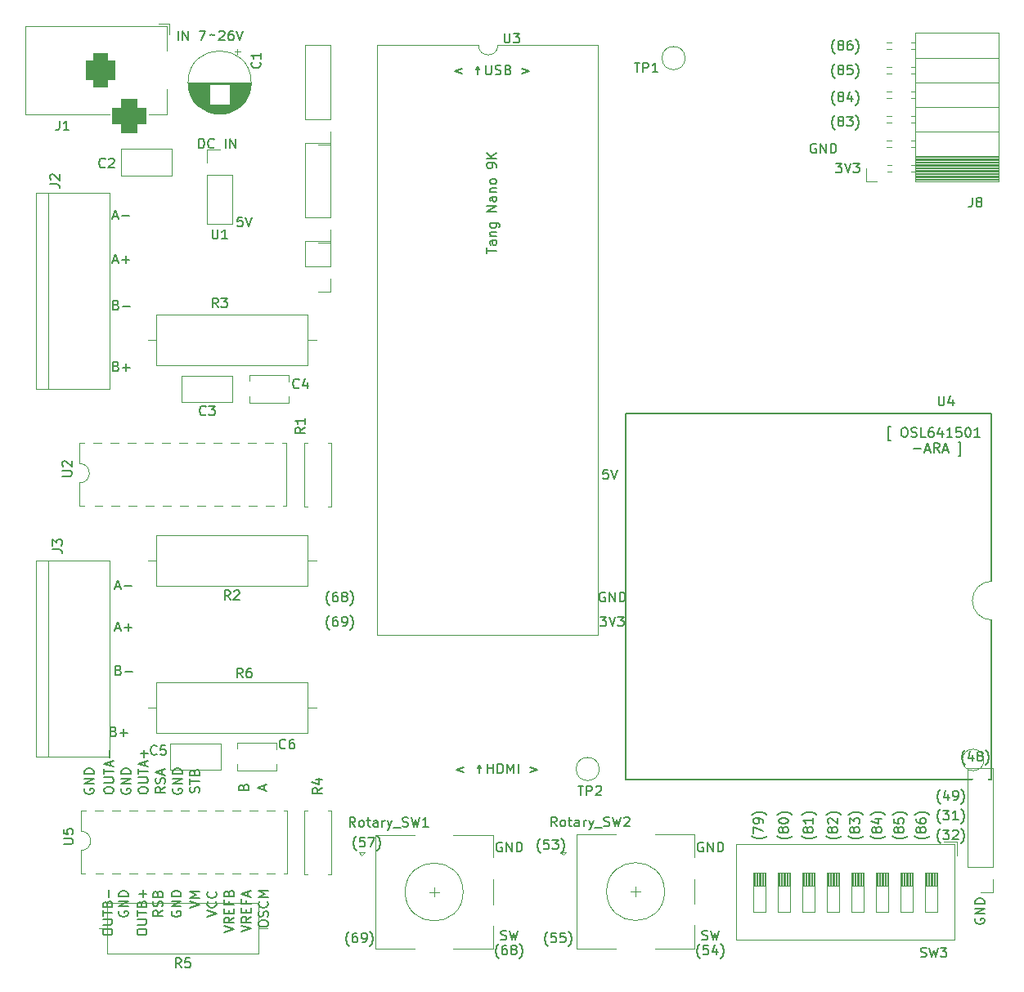
<source format=gto>
%TF.GenerationSoftware,KiCad,Pcbnew,(6.0.9)*%
%TF.CreationDate,2022-12-03T04:14:12+09:00*%
%TF.ProjectId,tangnano9k_motordriver,74616e67-6e61-46e6-9f39-6b5f6d6f746f,rev?*%
%TF.SameCoordinates,Original*%
%TF.FileFunction,Legend,Top*%
%TF.FilePolarity,Positive*%
%FSLAX46Y46*%
G04 Gerber Fmt 4.6, Leading zero omitted, Abs format (unit mm)*
G04 Created by KiCad (PCBNEW (6.0.9)) date 2022-12-03 04:14:12*
%MOMM*%
%LPD*%
G01*
G04 APERTURE LIST*
G04 Aperture macros list*
%AMRoundRect*
0 Rectangle with rounded corners*
0 $1 Rounding radius*
0 $2 $3 $4 $5 $6 $7 $8 $9 X,Y pos of 4 corners*
0 Add a 4 corners polygon primitive as box body*
4,1,4,$2,$3,$4,$5,$6,$7,$8,$9,$2,$3,0*
0 Add four circle primitives for the rounded corners*
1,1,$1+$1,$2,$3*
1,1,$1+$1,$4,$5*
1,1,$1+$1,$6,$7*
1,1,$1+$1,$8,$9*
0 Add four rect primitives between the rounded corners*
20,1,$1+$1,$2,$3,$4,$5,0*
20,1,$1+$1,$4,$5,$6,$7,0*
20,1,$1+$1,$6,$7,$8,$9,0*
20,1,$1+$1,$8,$9,$2,$3,0*%
G04 Aperture macros list end*
%ADD10C,0.150000*%
%ADD11C,0.120000*%
%ADD12C,2.400000*%
%ADD13O,2.400000X2.400000*%
%ADD14C,1.600000*%
%ADD15O,1.600000X1.600000*%
%ADD16C,2.000000*%
%ADD17R,1.600000X1.600000*%
%ADD18R,2.000000X2.000000*%
%ADD19R,3.200000X2.000000*%
%ADD20R,1.000000X1.600000*%
%ADD21O,1.000000X1.600000*%
%ADD22C,1.700000*%
%ADD23R,1.700000X1.700000*%
%ADD24O,1.700000X1.700000*%
%ADD25R,3.500000X3.500000*%
%ADD26RoundRect,0.750000X-0.750000X-1.000000X0.750000X-1.000000X0.750000X1.000000X-0.750000X1.000000X0*%
%ADD27RoundRect,0.875000X-0.875000X-0.875000X0.875000X-0.875000X0.875000X0.875000X-0.875000X0.875000X0*%
%ADD28C,3.000000*%
G04 APERTURE END LIST*
D10*
X105259619Y-124245714D02*
X104497714Y-124531428D01*
X105259619Y-124817142D01*
X106878666Y-124912380D02*
X106878666Y-124150476D01*
X106688190Y-124340952D02*
X106878666Y-124150476D01*
X107069142Y-124340952D01*
X107735809Y-124912380D02*
X107735809Y-123912380D01*
X107735809Y-124388571D02*
X108307238Y-124388571D01*
X108307238Y-124912380D02*
X108307238Y-123912380D01*
X108783428Y-124912380D02*
X108783428Y-123912380D01*
X109021523Y-123912380D01*
X109164380Y-123960000D01*
X109259619Y-124055238D01*
X109307238Y-124150476D01*
X109354857Y-124340952D01*
X109354857Y-124483809D01*
X109307238Y-124674285D01*
X109259619Y-124769523D01*
X109164380Y-124864761D01*
X109021523Y-124912380D01*
X108783428Y-124912380D01*
X109783428Y-124912380D02*
X109783428Y-123912380D01*
X110116761Y-124626666D01*
X110450095Y-123912380D01*
X110450095Y-124912380D01*
X110926285Y-124912380D02*
X110926285Y-123912380D01*
X112164380Y-124245714D02*
X112926285Y-124531428D01*
X112164380Y-124817142D01*
X105084952Y-51855714D02*
X104323047Y-52141428D01*
X105084952Y-52427142D01*
X106704000Y-52522380D02*
X106704000Y-51760476D01*
X106513523Y-51950952D02*
X106704000Y-51760476D01*
X106894476Y-51950952D01*
X107561142Y-51522380D02*
X107561142Y-52331904D01*
X107608761Y-52427142D01*
X107656380Y-52474761D01*
X107751619Y-52522380D01*
X107942095Y-52522380D01*
X108037333Y-52474761D01*
X108084952Y-52427142D01*
X108132571Y-52331904D01*
X108132571Y-51522380D01*
X108561142Y-52474761D02*
X108704000Y-52522380D01*
X108942095Y-52522380D01*
X109037333Y-52474761D01*
X109084952Y-52427142D01*
X109132571Y-52331904D01*
X109132571Y-52236666D01*
X109084952Y-52141428D01*
X109037333Y-52093809D01*
X108942095Y-52046190D01*
X108751619Y-51998571D01*
X108656380Y-51950952D01*
X108608761Y-51903333D01*
X108561142Y-51808095D01*
X108561142Y-51712857D01*
X108608761Y-51617619D01*
X108656380Y-51570000D01*
X108751619Y-51522380D01*
X108989714Y-51522380D01*
X109132571Y-51570000D01*
X109894476Y-51998571D02*
X110037333Y-52046190D01*
X110084952Y-52093809D01*
X110132571Y-52189047D01*
X110132571Y-52331904D01*
X110084952Y-52427142D01*
X110037333Y-52474761D01*
X109942095Y-52522380D01*
X109561142Y-52522380D01*
X109561142Y-51522380D01*
X109894476Y-51522380D01*
X109989714Y-51570000D01*
X110037333Y-51617619D01*
X110084952Y-51712857D01*
X110084952Y-51808095D01*
X110037333Y-51903333D01*
X109989714Y-51950952D01*
X109894476Y-51998571D01*
X109561142Y-51998571D01*
X111323047Y-51855714D02*
X112084952Y-52141428D01*
X111323047Y-52427142D01*
X107656380Y-71047904D02*
X107656380Y-70476476D01*
X108656380Y-70762190D02*
X107656380Y-70762190D01*
X108656380Y-69714571D02*
X108132571Y-69714571D01*
X108037333Y-69762190D01*
X107989714Y-69857428D01*
X107989714Y-70047904D01*
X108037333Y-70143142D01*
X108608761Y-69714571D02*
X108656380Y-69809809D01*
X108656380Y-70047904D01*
X108608761Y-70143142D01*
X108513523Y-70190761D01*
X108418285Y-70190761D01*
X108323047Y-70143142D01*
X108275428Y-70047904D01*
X108275428Y-69809809D01*
X108227809Y-69714571D01*
X107989714Y-69238380D02*
X108656380Y-69238380D01*
X108084952Y-69238380D02*
X108037333Y-69190761D01*
X107989714Y-69095523D01*
X107989714Y-68952666D01*
X108037333Y-68857428D01*
X108132571Y-68809809D01*
X108656380Y-68809809D01*
X107989714Y-67905047D02*
X108799238Y-67905047D01*
X108894476Y-67952666D01*
X108942095Y-68000285D01*
X108989714Y-68095523D01*
X108989714Y-68238380D01*
X108942095Y-68333619D01*
X108608761Y-67905047D02*
X108656380Y-68000285D01*
X108656380Y-68190761D01*
X108608761Y-68286000D01*
X108561142Y-68333619D01*
X108465904Y-68381238D01*
X108180190Y-68381238D01*
X108084952Y-68333619D01*
X108037333Y-68286000D01*
X107989714Y-68190761D01*
X107989714Y-68000285D01*
X108037333Y-67905047D01*
X108656380Y-66666952D02*
X107656380Y-66666952D01*
X108656380Y-66095523D01*
X107656380Y-66095523D01*
X108656380Y-65190761D02*
X108132571Y-65190761D01*
X108037333Y-65238380D01*
X107989714Y-65333619D01*
X107989714Y-65524095D01*
X108037333Y-65619333D01*
X108608761Y-65190761D02*
X108656380Y-65286000D01*
X108656380Y-65524095D01*
X108608761Y-65619333D01*
X108513523Y-65666952D01*
X108418285Y-65666952D01*
X108323047Y-65619333D01*
X108275428Y-65524095D01*
X108275428Y-65286000D01*
X108227809Y-65190761D01*
X107989714Y-64714571D02*
X108656380Y-64714571D01*
X108084952Y-64714571D02*
X108037333Y-64666952D01*
X107989714Y-64571714D01*
X107989714Y-64428857D01*
X108037333Y-64333619D01*
X108132571Y-64286000D01*
X108656380Y-64286000D01*
X108656380Y-63666952D02*
X108608761Y-63762190D01*
X108561142Y-63809809D01*
X108465904Y-63857428D01*
X108180190Y-63857428D01*
X108084952Y-63809809D01*
X108037333Y-63762190D01*
X107989714Y-63666952D01*
X107989714Y-63524095D01*
X108037333Y-63428857D01*
X108084952Y-63381238D01*
X108180190Y-63333619D01*
X108465904Y-63333619D01*
X108561142Y-63381238D01*
X108608761Y-63428857D01*
X108656380Y-63524095D01*
X108656380Y-63666952D01*
X108656380Y-62095523D02*
X108656380Y-61905047D01*
X108608761Y-61809809D01*
X108561142Y-61762190D01*
X108418285Y-61666952D01*
X108227809Y-61619333D01*
X107846857Y-61619333D01*
X107751619Y-61666952D01*
X107704000Y-61714571D01*
X107656380Y-61809809D01*
X107656380Y-62000285D01*
X107704000Y-62095523D01*
X107751619Y-62143142D01*
X107846857Y-62190761D01*
X108084952Y-62190761D01*
X108180190Y-62143142D01*
X108227809Y-62095523D01*
X108275428Y-62000285D01*
X108275428Y-61809809D01*
X108227809Y-61714571D01*
X108180190Y-61666952D01*
X108084952Y-61619333D01*
X108656380Y-61190761D02*
X107656380Y-61190761D01*
X108656380Y-60619333D02*
X108084952Y-61047904D01*
X107656380Y-60619333D02*
X108227809Y-61190761D01*
X69302380Y-76382571D02*
X69445238Y-76430190D01*
X69492857Y-76477809D01*
X69540476Y-76573047D01*
X69540476Y-76715904D01*
X69492857Y-76811142D01*
X69445238Y-76858761D01*
X69350000Y-76906380D01*
X68969047Y-76906380D01*
X68969047Y-75906380D01*
X69302380Y-75906380D01*
X69397619Y-75954000D01*
X69445238Y-76001619D01*
X69492857Y-76096857D01*
X69492857Y-76192095D01*
X69445238Y-76287333D01*
X69397619Y-76334952D01*
X69302380Y-76382571D01*
X68969047Y-76382571D01*
X69969047Y-76525428D02*
X70730952Y-76525428D01*
X68992857Y-71794666D02*
X69469047Y-71794666D01*
X68897619Y-72080380D02*
X69230952Y-71080380D01*
X69564285Y-72080380D01*
X69897619Y-71699428D02*
X70659523Y-71699428D01*
X70278571Y-72080380D02*
X70278571Y-71318476D01*
X68992857Y-67222666D02*
X69469047Y-67222666D01*
X68897619Y-67508380D02*
X69230952Y-66508380D01*
X69564285Y-67508380D01*
X69897619Y-67127428D02*
X70659523Y-67127428D01*
X69302380Y-82732571D02*
X69445238Y-82780190D01*
X69492857Y-82827809D01*
X69540476Y-82923047D01*
X69540476Y-83065904D01*
X69492857Y-83161142D01*
X69445238Y-83208761D01*
X69350000Y-83256380D01*
X68969047Y-83256380D01*
X68969047Y-82256380D01*
X69302380Y-82256380D01*
X69397619Y-82304000D01*
X69445238Y-82351619D01*
X69492857Y-82446857D01*
X69492857Y-82542095D01*
X69445238Y-82637333D01*
X69397619Y-82684952D01*
X69302380Y-82732571D01*
X68969047Y-82732571D01*
X69969047Y-82875428D02*
X70730952Y-82875428D01*
X70350000Y-83256380D02*
X70350000Y-82494476D01*
X69048380Y-120578571D02*
X69191238Y-120626190D01*
X69238857Y-120673809D01*
X69286476Y-120769047D01*
X69286476Y-120911904D01*
X69238857Y-121007142D01*
X69191238Y-121054761D01*
X69096000Y-121102380D01*
X68715047Y-121102380D01*
X68715047Y-120102380D01*
X69048380Y-120102380D01*
X69143619Y-120150000D01*
X69191238Y-120197619D01*
X69238857Y-120292857D01*
X69238857Y-120388095D01*
X69191238Y-120483333D01*
X69143619Y-120530952D01*
X69048380Y-120578571D01*
X68715047Y-120578571D01*
X69715047Y-120721428D02*
X70476952Y-120721428D01*
X70096000Y-121102380D02*
X70096000Y-120340476D01*
X69556380Y-114228571D02*
X69699238Y-114276190D01*
X69746857Y-114323809D01*
X69794476Y-114419047D01*
X69794476Y-114561904D01*
X69746857Y-114657142D01*
X69699238Y-114704761D01*
X69604000Y-114752380D01*
X69223047Y-114752380D01*
X69223047Y-113752380D01*
X69556380Y-113752380D01*
X69651619Y-113800000D01*
X69699238Y-113847619D01*
X69746857Y-113942857D01*
X69746857Y-114038095D01*
X69699238Y-114133333D01*
X69651619Y-114180952D01*
X69556380Y-114228571D01*
X69223047Y-114228571D01*
X70223047Y-114371428D02*
X70984952Y-114371428D01*
X69246857Y-109894666D02*
X69723047Y-109894666D01*
X69151619Y-110180380D02*
X69484952Y-109180380D01*
X69818285Y-110180380D01*
X70151619Y-109799428D02*
X70913523Y-109799428D01*
X70532571Y-110180380D02*
X70532571Y-109418476D01*
X69246857Y-105576666D02*
X69723047Y-105576666D01*
X69151619Y-105862380D02*
X69484952Y-104862380D01*
X69818285Y-105862380D01*
X70151619Y-105481428D02*
X70913523Y-105481428D01*
X158250000Y-139953904D02*
X158202380Y-140049142D01*
X158202380Y-140192000D01*
X158250000Y-140334857D01*
X158345238Y-140430095D01*
X158440476Y-140477714D01*
X158630952Y-140525333D01*
X158773809Y-140525333D01*
X158964285Y-140477714D01*
X159059523Y-140430095D01*
X159154761Y-140334857D01*
X159202380Y-140192000D01*
X159202380Y-140096761D01*
X159154761Y-139953904D01*
X159107142Y-139906285D01*
X158773809Y-139906285D01*
X158773809Y-140096761D01*
X159202380Y-139477714D02*
X158202380Y-139477714D01*
X159202380Y-138906285D01*
X158202380Y-138906285D01*
X159202380Y-138430095D02*
X158202380Y-138430095D01*
X158202380Y-138192000D01*
X158250000Y-138049142D01*
X158345238Y-137953904D01*
X158440476Y-137906285D01*
X158630952Y-137858666D01*
X158773809Y-137858666D01*
X158964285Y-137906285D01*
X159059523Y-137953904D01*
X159154761Y-138049142D01*
X159202380Y-138192000D01*
X159202380Y-138430095D01*
X154606761Y-132151333D02*
X154559142Y-132103714D01*
X154463904Y-131960857D01*
X154416285Y-131865619D01*
X154368666Y-131722761D01*
X154321047Y-131484666D01*
X154321047Y-131294190D01*
X154368666Y-131056095D01*
X154416285Y-130913238D01*
X154463904Y-130818000D01*
X154559142Y-130675142D01*
X154606761Y-130627523D01*
X154892476Y-130770380D02*
X155511523Y-130770380D01*
X155178190Y-131151333D01*
X155321047Y-131151333D01*
X155416285Y-131198952D01*
X155463904Y-131246571D01*
X155511523Y-131341809D01*
X155511523Y-131579904D01*
X155463904Y-131675142D01*
X155416285Y-131722761D01*
X155321047Y-131770380D01*
X155035333Y-131770380D01*
X154940095Y-131722761D01*
X154892476Y-131675142D01*
X155892476Y-130865619D02*
X155940095Y-130818000D01*
X156035333Y-130770380D01*
X156273428Y-130770380D01*
X156368666Y-130818000D01*
X156416285Y-130865619D01*
X156463904Y-130960857D01*
X156463904Y-131056095D01*
X156416285Y-131198952D01*
X155844857Y-131770380D01*
X156463904Y-131770380D01*
X156797238Y-132151333D02*
X156844857Y-132103714D01*
X156940095Y-131960857D01*
X156987714Y-131865619D01*
X157035333Y-131722761D01*
X157082952Y-131484666D01*
X157082952Y-131294190D01*
X157035333Y-131056095D01*
X156987714Y-130913238D01*
X156940095Y-130818000D01*
X156844857Y-130675142D01*
X156797238Y-130627523D01*
X154606761Y-130119333D02*
X154559142Y-130071714D01*
X154463904Y-129928857D01*
X154416285Y-129833619D01*
X154368666Y-129690761D01*
X154321047Y-129452666D01*
X154321047Y-129262190D01*
X154368666Y-129024095D01*
X154416285Y-128881238D01*
X154463904Y-128786000D01*
X154559142Y-128643142D01*
X154606761Y-128595523D01*
X154892476Y-128738380D02*
X155511523Y-128738380D01*
X155178190Y-129119333D01*
X155321047Y-129119333D01*
X155416285Y-129166952D01*
X155463904Y-129214571D01*
X155511523Y-129309809D01*
X155511523Y-129547904D01*
X155463904Y-129643142D01*
X155416285Y-129690761D01*
X155321047Y-129738380D01*
X155035333Y-129738380D01*
X154940095Y-129690761D01*
X154892476Y-129643142D01*
X156463904Y-129738380D02*
X155892476Y-129738380D01*
X156178190Y-129738380D02*
X156178190Y-128738380D01*
X156082952Y-128881238D01*
X155987714Y-128976476D01*
X155892476Y-129024095D01*
X156797238Y-130119333D02*
X156844857Y-130071714D01*
X156940095Y-129928857D01*
X156987714Y-129833619D01*
X157035333Y-129690761D01*
X157082952Y-129452666D01*
X157082952Y-129262190D01*
X157035333Y-129024095D01*
X156987714Y-128881238D01*
X156940095Y-128786000D01*
X156844857Y-128643142D01*
X156797238Y-128595523D01*
X154606761Y-128087333D02*
X154559142Y-128039714D01*
X154463904Y-127896857D01*
X154416285Y-127801619D01*
X154368666Y-127658761D01*
X154321047Y-127420666D01*
X154321047Y-127230190D01*
X154368666Y-126992095D01*
X154416285Y-126849238D01*
X154463904Y-126754000D01*
X154559142Y-126611142D01*
X154606761Y-126563523D01*
X155416285Y-127039714D02*
X155416285Y-127706380D01*
X155178190Y-126658761D02*
X154940095Y-127373047D01*
X155559142Y-127373047D01*
X155987714Y-127706380D02*
X156178190Y-127706380D01*
X156273428Y-127658761D01*
X156321047Y-127611142D01*
X156416285Y-127468285D01*
X156463904Y-127277809D01*
X156463904Y-126896857D01*
X156416285Y-126801619D01*
X156368666Y-126754000D01*
X156273428Y-126706380D01*
X156082952Y-126706380D01*
X155987714Y-126754000D01*
X155940095Y-126801619D01*
X155892476Y-126896857D01*
X155892476Y-127134952D01*
X155940095Y-127230190D01*
X155987714Y-127277809D01*
X156082952Y-127325428D01*
X156273428Y-127325428D01*
X156368666Y-127277809D01*
X156416285Y-127230190D01*
X156463904Y-127134952D01*
X156797238Y-128087333D02*
X156844857Y-128039714D01*
X156940095Y-127896857D01*
X156987714Y-127801619D01*
X157035333Y-127658761D01*
X157082952Y-127420666D01*
X157082952Y-127230190D01*
X157035333Y-126992095D01*
X156987714Y-126849238D01*
X156940095Y-126754000D01*
X156844857Y-126611142D01*
X156797238Y-126563523D01*
X157146761Y-124023333D02*
X157099142Y-123975714D01*
X157003904Y-123832857D01*
X156956285Y-123737619D01*
X156908666Y-123594761D01*
X156861047Y-123356666D01*
X156861047Y-123166190D01*
X156908666Y-122928095D01*
X156956285Y-122785238D01*
X157003904Y-122690000D01*
X157099142Y-122547142D01*
X157146761Y-122499523D01*
X157956285Y-122975714D02*
X157956285Y-123642380D01*
X157718190Y-122594761D02*
X157480095Y-123309047D01*
X158099142Y-123309047D01*
X158622952Y-123070952D02*
X158527714Y-123023333D01*
X158480095Y-122975714D01*
X158432476Y-122880476D01*
X158432476Y-122832857D01*
X158480095Y-122737619D01*
X158527714Y-122690000D01*
X158622952Y-122642380D01*
X158813428Y-122642380D01*
X158908666Y-122690000D01*
X158956285Y-122737619D01*
X159003904Y-122832857D01*
X159003904Y-122880476D01*
X158956285Y-122975714D01*
X158908666Y-123023333D01*
X158813428Y-123070952D01*
X158622952Y-123070952D01*
X158527714Y-123118571D01*
X158480095Y-123166190D01*
X158432476Y-123261428D01*
X158432476Y-123451904D01*
X158480095Y-123547142D01*
X158527714Y-123594761D01*
X158622952Y-123642380D01*
X158813428Y-123642380D01*
X158908666Y-123594761D01*
X158956285Y-123547142D01*
X159003904Y-123451904D01*
X159003904Y-123261428D01*
X158956285Y-123166190D01*
X158908666Y-123118571D01*
X158813428Y-123070952D01*
X159337238Y-124023333D02*
X159384857Y-123975714D01*
X159480095Y-123832857D01*
X159527714Y-123737619D01*
X159575333Y-123594761D01*
X159622952Y-123356666D01*
X159622952Y-123166190D01*
X159575333Y-122928095D01*
X159527714Y-122785238D01*
X159480095Y-122690000D01*
X159384857Y-122547142D01*
X159337238Y-122499523D01*
X77851238Y-60142380D02*
X77851238Y-59142380D01*
X78089333Y-59142380D01*
X78232190Y-59190000D01*
X78327428Y-59285238D01*
X78375047Y-59380476D01*
X78422666Y-59570952D01*
X78422666Y-59713809D01*
X78375047Y-59904285D01*
X78327428Y-59999523D01*
X78232190Y-60094761D01*
X78089333Y-60142380D01*
X77851238Y-60142380D01*
X79422666Y-60047142D02*
X79375047Y-60094761D01*
X79232190Y-60142380D01*
X79136952Y-60142380D01*
X78994095Y-60094761D01*
X78898857Y-59999523D01*
X78851238Y-59904285D01*
X78803619Y-59713809D01*
X78803619Y-59570952D01*
X78851238Y-59380476D01*
X78898857Y-59285238D01*
X78994095Y-59190000D01*
X79136952Y-59142380D01*
X79232190Y-59142380D01*
X79375047Y-59190000D01*
X79422666Y-59237619D01*
X80613142Y-60142380D02*
X80613142Y-59142380D01*
X81089333Y-60142380D02*
X81089333Y-59142380D01*
X81660761Y-60142380D01*
X81660761Y-59142380D01*
X82359523Y-67270380D02*
X81883333Y-67270380D01*
X81835714Y-67746571D01*
X81883333Y-67698952D01*
X81978571Y-67651333D01*
X82216666Y-67651333D01*
X82311904Y-67698952D01*
X82359523Y-67746571D01*
X82407142Y-67841809D01*
X82407142Y-68079904D01*
X82359523Y-68175142D01*
X82311904Y-68222761D01*
X82216666Y-68270380D01*
X81978571Y-68270380D01*
X81883333Y-68222761D01*
X81835714Y-68175142D01*
X82692857Y-67270380D02*
X83026190Y-68270380D01*
X83359523Y-67270380D01*
X75708285Y-48966380D02*
X75708285Y-47966380D01*
X76184476Y-48966380D02*
X76184476Y-47966380D01*
X76755904Y-48966380D01*
X76755904Y-47966380D01*
X77898761Y-47966380D02*
X78565428Y-47966380D01*
X78136857Y-48966380D01*
X78994000Y-48442571D02*
X79041619Y-48394952D01*
X79136857Y-48347333D01*
X79327333Y-48442571D01*
X79422571Y-48394952D01*
X79470190Y-48347333D01*
X79946380Y-48061619D02*
X79994000Y-48014000D01*
X80089238Y-47966380D01*
X80327333Y-47966380D01*
X80422571Y-48014000D01*
X80470190Y-48061619D01*
X80517809Y-48156857D01*
X80517809Y-48252095D01*
X80470190Y-48394952D01*
X79898761Y-48966380D01*
X80517809Y-48966380D01*
X81374952Y-47966380D02*
X81184476Y-47966380D01*
X81089238Y-48014000D01*
X81041619Y-48061619D01*
X80946380Y-48204476D01*
X80898761Y-48394952D01*
X80898761Y-48775904D01*
X80946380Y-48871142D01*
X80994000Y-48918761D01*
X81089238Y-48966380D01*
X81279714Y-48966380D01*
X81374952Y-48918761D01*
X81422571Y-48871142D01*
X81470190Y-48775904D01*
X81470190Y-48537809D01*
X81422571Y-48442571D01*
X81374952Y-48394952D01*
X81279714Y-48347333D01*
X81089238Y-48347333D01*
X80994000Y-48394952D01*
X80946380Y-48442571D01*
X80898761Y-48537809D01*
X81755904Y-47966380D02*
X82089238Y-48966380D01*
X82422571Y-47966380D01*
X149471619Y-90404714D02*
X149233523Y-90404714D01*
X149233523Y-88976142D01*
X149471619Y-88976142D01*
X150804952Y-89071380D02*
X150995428Y-89071380D01*
X151090666Y-89119000D01*
X151185904Y-89214238D01*
X151233523Y-89404714D01*
X151233523Y-89738047D01*
X151185904Y-89928523D01*
X151090666Y-90023761D01*
X150995428Y-90071380D01*
X150804952Y-90071380D01*
X150709714Y-90023761D01*
X150614476Y-89928523D01*
X150566857Y-89738047D01*
X150566857Y-89404714D01*
X150614476Y-89214238D01*
X150709714Y-89119000D01*
X150804952Y-89071380D01*
X151614476Y-90023761D02*
X151757333Y-90071380D01*
X151995428Y-90071380D01*
X152090666Y-90023761D01*
X152138285Y-89976142D01*
X152185904Y-89880904D01*
X152185904Y-89785666D01*
X152138285Y-89690428D01*
X152090666Y-89642809D01*
X151995428Y-89595190D01*
X151804952Y-89547571D01*
X151709714Y-89499952D01*
X151662095Y-89452333D01*
X151614476Y-89357095D01*
X151614476Y-89261857D01*
X151662095Y-89166619D01*
X151709714Y-89119000D01*
X151804952Y-89071380D01*
X152043047Y-89071380D01*
X152185904Y-89119000D01*
X153090666Y-90071380D02*
X152614476Y-90071380D01*
X152614476Y-89071380D01*
X153852571Y-89071380D02*
X153662095Y-89071380D01*
X153566857Y-89119000D01*
X153519238Y-89166619D01*
X153424000Y-89309476D01*
X153376380Y-89499952D01*
X153376380Y-89880904D01*
X153424000Y-89976142D01*
X153471619Y-90023761D01*
X153566857Y-90071380D01*
X153757333Y-90071380D01*
X153852571Y-90023761D01*
X153900190Y-89976142D01*
X153947809Y-89880904D01*
X153947809Y-89642809D01*
X153900190Y-89547571D01*
X153852571Y-89499952D01*
X153757333Y-89452333D01*
X153566857Y-89452333D01*
X153471619Y-89499952D01*
X153424000Y-89547571D01*
X153376380Y-89642809D01*
X154804952Y-89404714D02*
X154804952Y-90071380D01*
X154566857Y-89023761D02*
X154328761Y-89738047D01*
X154947809Y-89738047D01*
X155852571Y-90071380D02*
X155281142Y-90071380D01*
X155566857Y-90071380D02*
X155566857Y-89071380D01*
X155471619Y-89214238D01*
X155376380Y-89309476D01*
X155281142Y-89357095D01*
X156757333Y-89071380D02*
X156281142Y-89071380D01*
X156233523Y-89547571D01*
X156281142Y-89499952D01*
X156376380Y-89452333D01*
X156614476Y-89452333D01*
X156709714Y-89499952D01*
X156757333Y-89547571D01*
X156804952Y-89642809D01*
X156804952Y-89880904D01*
X156757333Y-89976142D01*
X156709714Y-90023761D01*
X156614476Y-90071380D01*
X156376380Y-90071380D01*
X156281142Y-90023761D01*
X156233523Y-89976142D01*
X157424000Y-89071380D02*
X157519238Y-89071380D01*
X157614476Y-89119000D01*
X157662095Y-89166619D01*
X157709714Y-89261857D01*
X157757333Y-89452333D01*
X157757333Y-89690428D01*
X157709714Y-89880904D01*
X157662095Y-89976142D01*
X157614476Y-90023761D01*
X157519238Y-90071380D01*
X157424000Y-90071380D01*
X157328761Y-90023761D01*
X157281142Y-89976142D01*
X157233523Y-89880904D01*
X157185904Y-89690428D01*
X157185904Y-89452333D01*
X157233523Y-89261857D01*
X157281142Y-89166619D01*
X157328761Y-89119000D01*
X157424000Y-89071380D01*
X158709714Y-90071380D02*
X158138285Y-90071380D01*
X158424000Y-90071380D02*
X158424000Y-89071380D01*
X158328761Y-89214238D01*
X158233523Y-89309476D01*
X158138285Y-89357095D01*
X151852571Y-91300428D02*
X152614476Y-91300428D01*
X153043047Y-91395666D02*
X153519238Y-91395666D01*
X152947809Y-91681380D02*
X153281142Y-90681380D01*
X153614476Y-91681380D01*
X154519238Y-91681380D02*
X154185904Y-91205190D01*
X153947809Y-91681380D02*
X153947809Y-90681380D01*
X154328761Y-90681380D01*
X154424000Y-90729000D01*
X154471619Y-90776619D01*
X154519238Y-90871857D01*
X154519238Y-91014714D01*
X154471619Y-91109952D01*
X154424000Y-91157571D01*
X154328761Y-91205190D01*
X153947809Y-91205190D01*
X154900190Y-91395666D02*
X155376380Y-91395666D01*
X154804952Y-91681380D02*
X155138285Y-90681380D01*
X155471619Y-91681380D01*
X156471619Y-92014714D02*
X156709714Y-92014714D01*
X156709714Y-90586142D01*
X156471619Y-90586142D01*
X143684761Y-58237333D02*
X143637142Y-58189714D01*
X143541904Y-58046857D01*
X143494285Y-57951619D01*
X143446666Y-57808761D01*
X143399047Y-57570666D01*
X143399047Y-57380190D01*
X143446666Y-57142095D01*
X143494285Y-56999238D01*
X143541904Y-56904000D01*
X143637142Y-56761142D01*
X143684761Y-56713523D01*
X144208571Y-57284952D02*
X144113333Y-57237333D01*
X144065714Y-57189714D01*
X144018095Y-57094476D01*
X144018095Y-57046857D01*
X144065714Y-56951619D01*
X144113333Y-56904000D01*
X144208571Y-56856380D01*
X144399047Y-56856380D01*
X144494285Y-56904000D01*
X144541904Y-56951619D01*
X144589523Y-57046857D01*
X144589523Y-57094476D01*
X144541904Y-57189714D01*
X144494285Y-57237333D01*
X144399047Y-57284952D01*
X144208571Y-57284952D01*
X144113333Y-57332571D01*
X144065714Y-57380190D01*
X144018095Y-57475428D01*
X144018095Y-57665904D01*
X144065714Y-57761142D01*
X144113333Y-57808761D01*
X144208571Y-57856380D01*
X144399047Y-57856380D01*
X144494285Y-57808761D01*
X144541904Y-57761142D01*
X144589523Y-57665904D01*
X144589523Y-57475428D01*
X144541904Y-57380190D01*
X144494285Y-57332571D01*
X144399047Y-57284952D01*
X144922857Y-56856380D02*
X145541904Y-56856380D01*
X145208571Y-57237333D01*
X145351428Y-57237333D01*
X145446666Y-57284952D01*
X145494285Y-57332571D01*
X145541904Y-57427809D01*
X145541904Y-57665904D01*
X145494285Y-57761142D01*
X145446666Y-57808761D01*
X145351428Y-57856380D01*
X145065714Y-57856380D01*
X144970476Y-57808761D01*
X144922857Y-57761142D01*
X145875238Y-58237333D02*
X145922857Y-58189714D01*
X146018095Y-58046857D01*
X146065714Y-57951619D01*
X146113333Y-57808761D01*
X146160952Y-57570666D01*
X146160952Y-57380190D01*
X146113333Y-57142095D01*
X146065714Y-56999238D01*
X146018095Y-56904000D01*
X145922857Y-56761142D01*
X145875238Y-56713523D01*
X143684761Y-55697333D02*
X143637142Y-55649714D01*
X143541904Y-55506857D01*
X143494285Y-55411619D01*
X143446666Y-55268761D01*
X143399047Y-55030666D01*
X143399047Y-54840190D01*
X143446666Y-54602095D01*
X143494285Y-54459238D01*
X143541904Y-54364000D01*
X143637142Y-54221142D01*
X143684761Y-54173523D01*
X144208571Y-54744952D02*
X144113333Y-54697333D01*
X144065714Y-54649714D01*
X144018095Y-54554476D01*
X144018095Y-54506857D01*
X144065714Y-54411619D01*
X144113333Y-54364000D01*
X144208571Y-54316380D01*
X144399047Y-54316380D01*
X144494285Y-54364000D01*
X144541904Y-54411619D01*
X144589523Y-54506857D01*
X144589523Y-54554476D01*
X144541904Y-54649714D01*
X144494285Y-54697333D01*
X144399047Y-54744952D01*
X144208571Y-54744952D01*
X144113333Y-54792571D01*
X144065714Y-54840190D01*
X144018095Y-54935428D01*
X144018095Y-55125904D01*
X144065714Y-55221142D01*
X144113333Y-55268761D01*
X144208571Y-55316380D01*
X144399047Y-55316380D01*
X144494285Y-55268761D01*
X144541904Y-55221142D01*
X144589523Y-55125904D01*
X144589523Y-54935428D01*
X144541904Y-54840190D01*
X144494285Y-54792571D01*
X144399047Y-54744952D01*
X145446666Y-54649714D02*
X145446666Y-55316380D01*
X145208571Y-54268761D02*
X144970476Y-54983047D01*
X145589523Y-54983047D01*
X145875238Y-55697333D02*
X145922857Y-55649714D01*
X146018095Y-55506857D01*
X146065714Y-55411619D01*
X146113333Y-55268761D01*
X146160952Y-55030666D01*
X146160952Y-54840190D01*
X146113333Y-54602095D01*
X146065714Y-54459238D01*
X146018095Y-54364000D01*
X145922857Y-54221142D01*
X145875238Y-54173523D01*
X143684761Y-52903333D02*
X143637142Y-52855714D01*
X143541904Y-52712857D01*
X143494285Y-52617619D01*
X143446666Y-52474761D01*
X143399047Y-52236666D01*
X143399047Y-52046190D01*
X143446666Y-51808095D01*
X143494285Y-51665238D01*
X143541904Y-51570000D01*
X143637142Y-51427142D01*
X143684761Y-51379523D01*
X144208571Y-51950952D02*
X144113333Y-51903333D01*
X144065714Y-51855714D01*
X144018095Y-51760476D01*
X144018095Y-51712857D01*
X144065714Y-51617619D01*
X144113333Y-51570000D01*
X144208571Y-51522380D01*
X144399047Y-51522380D01*
X144494285Y-51570000D01*
X144541904Y-51617619D01*
X144589523Y-51712857D01*
X144589523Y-51760476D01*
X144541904Y-51855714D01*
X144494285Y-51903333D01*
X144399047Y-51950952D01*
X144208571Y-51950952D01*
X144113333Y-51998571D01*
X144065714Y-52046190D01*
X144018095Y-52141428D01*
X144018095Y-52331904D01*
X144065714Y-52427142D01*
X144113333Y-52474761D01*
X144208571Y-52522380D01*
X144399047Y-52522380D01*
X144494285Y-52474761D01*
X144541904Y-52427142D01*
X144589523Y-52331904D01*
X144589523Y-52141428D01*
X144541904Y-52046190D01*
X144494285Y-51998571D01*
X144399047Y-51950952D01*
X145494285Y-51522380D02*
X145018095Y-51522380D01*
X144970476Y-51998571D01*
X145018095Y-51950952D01*
X145113333Y-51903333D01*
X145351428Y-51903333D01*
X145446666Y-51950952D01*
X145494285Y-51998571D01*
X145541904Y-52093809D01*
X145541904Y-52331904D01*
X145494285Y-52427142D01*
X145446666Y-52474761D01*
X145351428Y-52522380D01*
X145113333Y-52522380D01*
X145018095Y-52474761D01*
X144970476Y-52427142D01*
X145875238Y-52903333D02*
X145922857Y-52855714D01*
X146018095Y-52712857D01*
X146065714Y-52617619D01*
X146113333Y-52474761D01*
X146160952Y-52236666D01*
X146160952Y-52046190D01*
X146113333Y-51808095D01*
X146065714Y-51665238D01*
X146018095Y-51570000D01*
X145922857Y-51427142D01*
X145875238Y-51379523D01*
X143684761Y-50363333D02*
X143637142Y-50315714D01*
X143541904Y-50172857D01*
X143494285Y-50077619D01*
X143446666Y-49934761D01*
X143399047Y-49696666D01*
X143399047Y-49506190D01*
X143446666Y-49268095D01*
X143494285Y-49125238D01*
X143541904Y-49030000D01*
X143637142Y-48887142D01*
X143684761Y-48839523D01*
X144208571Y-49410952D02*
X144113333Y-49363333D01*
X144065714Y-49315714D01*
X144018095Y-49220476D01*
X144018095Y-49172857D01*
X144065714Y-49077619D01*
X144113333Y-49030000D01*
X144208571Y-48982380D01*
X144399047Y-48982380D01*
X144494285Y-49030000D01*
X144541904Y-49077619D01*
X144589523Y-49172857D01*
X144589523Y-49220476D01*
X144541904Y-49315714D01*
X144494285Y-49363333D01*
X144399047Y-49410952D01*
X144208571Y-49410952D01*
X144113333Y-49458571D01*
X144065714Y-49506190D01*
X144018095Y-49601428D01*
X144018095Y-49791904D01*
X144065714Y-49887142D01*
X144113333Y-49934761D01*
X144208571Y-49982380D01*
X144399047Y-49982380D01*
X144494285Y-49934761D01*
X144541904Y-49887142D01*
X144589523Y-49791904D01*
X144589523Y-49601428D01*
X144541904Y-49506190D01*
X144494285Y-49458571D01*
X144399047Y-49410952D01*
X145446666Y-48982380D02*
X145256190Y-48982380D01*
X145160952Y-49030000D01*
X145113333Y-49077619D01*
X145018095Y-49220476D01*
X144970476Y-49410952D01*
X144970476Y-49791904D01*
X145018095Y-49887142D01*
X145065714Y-49934761D01*
X145160952Y-49982380D01*
X145351428Y-49982380D01*
X145446666Y-49934761D01*
X145494285Y-49887142D01*
X145541904Y-49791904D01*
X145541904Y-49553809D01*
X145494285Y-49458571D01*
X145446666Y-49410952D01*
X145351428Y-49363333D01*
X145160952Y-49363333D01*
X145065714Y-49410952D01*
X145018095Y-49458571D01*
X144970476Y-49553809D01*
X145875238Y-50363333D02*
X145922857Y-50315714D01*
X146018095Y-50172857D01*
X146065714Y-50077619D01*
X146113333Y-49934761D01*
X146160952Y-49696666D01*
X146160952Y-49506190D01*
X146113333Y-49268095D01*
X146065714Y-49125238D01*
X146018095Y-49030000D01*
X145922857Y-48887142D01*
X145875238Y-48839523D01*
X91360761Y-107513333D02*
X91313142Y-107465714D01*
X91217904Y-107322857D01*
X91170285Y-107227619D01*
X91122666Y-107084761D01*
X91075047Y-106846666D01*
X91075047Y-106656190D01*
X91122666Y-106418095D01*
X91170285Y-106275238D01*
X91217904Y-106180000D01*
X91313142Y-106037142D01*
X91360761Y-105989523D01*
X92170285Y-106132380D02*
X91979809Y-106132380D01*
X91884571Y-106180000D01*
X91836952Y-106227619D01*
X91741714Y-106370476D01*
X91694095Y-106560952D01*
X91694095Y-106941904D01*
X91741714Y-107037142D01*
X91789333Y-107084761D01*
X91884571Y-107132380D01*
X92075047Y-107132380D01*
X92170285Y-107084761D01*
X92217904Y-107037142D01*
X92265523Y-106941904D01*
X92265523Y-106703809D01*
X92217904Y-106608571D01*
X92170285Y-106560952D01*
X92075047Y-106513333D01*
X91884571Y-106513333D01*
X91789333Y-106560952D01*
X91741714Y-106608571D01*
X91694095Y-106703809D01*
X92836952Y-106560952D02*
X92741714Y-106513333D01*
X92694095Y-106465714D01*
X92646476Y-106370476D01*
X92646476Y-106322857D01*
X92694095Y-106227619D01*
X92741714Y-106180000D01*
X92836952Y-106132380D01*
X93027428Y-106132380D01*
X93122666Y-106180000D01*
X93170285Y-106227619D01*
X93217904Y-106322857D01*
X93217904Y-106370476D01*
X93170285Y-106465714D01*
X93122666Y-106513333D01*
X93027428Y-106560952D01*
X92836952Y-106560952D01*
X92741714Y-106608571D01*
X92694095Y-106656190D01*
X92646476Y-106751428D01*
X92646476Y-106941904D01*
X92694095Y-107037142D01*
X92741714Y-107084761D01*
X92836952Y-107132380D01*
X93027428Y-107132380D01*
X93122666Y-107084761D01*
X93170285Y-107037142D01*
X93217904Y-106941904D01*
X93217904Y-106751428D01*
X93170285Y-106656190D01*
X93122666Y-106608571D01*
X93027428Y-106560952D01*
X93551238Y-107513333D02*
X93598857Y-107465714D01*
X93694095Y-107322857D01*
X93741714Y-107227619D01*
X93789333Y-107084761D01*
X93836952Y-106846666D01*
X93836952Y-106656190D01*
X93789333Y-106418095D01*
X93741714Y-106275238D01*
X93694095Y-106180000D01*
X93598857Y-106037142D01*
X93551238Y-105989523D01*
X91360761Y-110053333D02*
X91313142Y-110005714D01*
X91217904Y-109862857D01*
X91170285Y-109767619D01*
X91122666Y-109624761D01*
X91075047Y-109386666D01*
X91075047Y-109196190D01*
X91122666Y-108958095D01*
X91170285Y-108815238D01*
X91217904Y-108720000D01*
X91313142Y-108577142D01*
X91360761Y-108529523D01*
X92170285Y-108672380D02*
X91979809Y-108672380D01*
X91884571Y-108720000D01*
X91836952Y-108767619D01*
X91741714Y-108910476D01*
X91694095Y-109100952D01*
X91694095Y-109481904D01*
X91741714Y-109577142D01*
X91789333Y-109624761D01*
X91884571Y-109672380D01*
X92075047Y-109672380D01*
X92170285Y-109624761D01*
X92217904Y-109577142D01*
X92265523Y-109481904D01*
X92265523Y-109243809D01*
X92217904Y-109148571D01*
X92170285Y-109100952D01*
X92075047Y-109053333D01*
X91884571Y-109053333D01*
X91789333Y-109100952D01*
X91741714Y-109148571D01*
X91694095Y-109243809D01*
X92741714Y-109672380D02*
X92932190Y-109672380D01*
X93027428Y-109624761D01*
X93075047Y-109577142D01*
X93170285Y-109434285D01*
X93217904Y-109243809D01*
X93217904Y-108862857D01*
X93170285Y-108767619D01*
X93122666Y-108720000D01*
X93027428Y-108672380D01*
X92836952Y-108672380D01*
X92741714Y-108720000D01*
X92694095Y-108767619D01*
X92646476Y-108862857D01*
X92646476Y-109100952D01*
X92694095Y-109196190D01*
X92741714Y-109243809D01*
X92836952Y-109291428D01*
X93027428Y-109291428D01*
X93122666Y-109243809D01*
X93170285Y-109196190D01*
X93217904Y-109100952D01*
X93551238Y-110053333D02*
X93598857Y-110005714D01*
X93694095Y-109862857D01*
X93741714Y-109767619D01*
X93789333Y-109624761D01*
X93836952Y-109386666D01*
X93836952Y-109196190D01*
X93789333Y-108958095D01*
X93741714Y-108815238D01*
X93694095Y-108720000D01*
X93598857Y-108577142D01*
X93551238Y-108529523D01*
X108886761Y-144089333D02*
X108839142Y-144041714D01*
X108743904Y-143898857D01*
X108696285Y-143803619D01*
X108648666Y-143660761D01*
X108601047Y-143422666D01*
X108601047Y-143232190D01*
X108648666Y-142994095D01*
X108696285Y-142851238D01*
X108743904Y-142756000D01*
X108839142Y-142613142D01*
X108886761Y-142565523D01*
X109696285Y-142708380D02*
X109505809Y-142708380D01*
X109410571Y-142756000D01*
X109362952Y-142803619D01*
X109267714Y-142946476D01*
X109220095Y-143136952D01*
X109220095Y-143517904D01*
X109267714Y-143613142D01*
X109315333Y-143660761D01*
X109410571Y-143708380D01*
X109601047Y-143708380D01*
X109696285Y-143660761D01*
X109743904Y-143613142D01*
X109791523Y-143517904D01*
X109791523Y-143279809D01*
X109743904Y-143184571D01*
X109696285Y-143136952D01*
X109601047Y-143089333D01*
X109410571Y-143089333D01*
X109315333Y-143136952D01*
X109267714Y-143184571D01*
X109220095Y-143279809D01*
X110362952Y-143136952D02*
X110267714Y-143089333D01*
X110220095Y-143041714D01*
X110172476Y-142946476D01*
X110172476Y-142898857D01*
X110220095Y-142803619D01*
X110267714Y-142756000D01*
X110362952Y-142708380D01*
X110553428Y-142708380D01*
X110648666Y-142756000D01*
X110696285Y-142803619D01*
X110743904Y-142898857D01*
X110743904Y-142946476D01*
X110696285Y-143041714D01*
X110648666Y-143089333D01*
X110553428Y-143136952D01*
X110362952Y-143136952D01*
X110267714Y-143184571D01*
X110220095Y-143232190D01*
X110172476Y-143327428D01*
X110172476Y-143517904D01*
X110220095Y-143613142D01*
X110267714Y-143660761D01*
X110362952Y-143708380D01*
X110553428Y-143708380D01*
X110648666Y-143660761D01*
X110696285Y-143613142D01*
X110743904Y-143517904D01*
X110743904Y-143327428D01*
X110696285Y-143232190D01*
X110648666Y-143184571D01*
X110553428Y-143136952D01*
X111077238Y-144089333D02*
X111124857Y-144041714D01*
X111220095Y-143898857D01*
X111267714Y-143803619D01*
X111315333Y-143660761D01*
X111362952Y-143422666D01*
X111362952Y-143232190D01*
X111315333Y-142994095D01*
X111267714Y-142851238D01*
X111220095Y-142756000D01*
X111124857Y-142613142D01*
X111077238Y-142565523D01*
X129714761Y-144089333D02*
X129667142Y-144041714D01*
X129571904Y-143898857D01*
X129524285Y-143803619D01*
X129476666Y-143660761D01*
X129429047Y-143422666D01*
X129429047Y-143232190D01*
X129476666Y-142994095D01*
X129524285Y-142851238D01*
X129571904Y-142756000D01*
X129667142Y-142613142D01*
X129714761Y-142565523D01*
X130571904Y-142708380D02*
X130095714Y-142708380D01*
X130048095Y-143184571D01*
X130095714Y-143136952D01*
X130190952Y-143089333D01*
X130429047Y-143089333D01*
X130524285Y-143136952D01*
X130571904Y-143184571D01*
X130619523Y-143279809D01*
X130619523Y-143517904D01*
X130571904Y-143613142D01*
X130524285Y-143660761D01*
X130429047Y-143708380D01*
X130190952Y-143708380D01*
X130095714Y-143660761D01*
X130048095Y-143613142D01*
X131476666Y-143041714D02*
X131476666Y-143708380D01*
X131238571Y-142660761D02*
X131000476Y-143375047D01*
X131619523Y-143375047D01*
X131905238Y-144089333D02*
X131952857Y-144041714D01*
X132048095Y-143898857D01*
X132095714Y-143803619D01*
X132143333Y-143660761D01*
X132190952Y-143422666D01*
X132190952Y-143232190D01*
X132143333Y-142994095D01*
X132095714Y-142851238D01*
X132048095Y-142756000D01*
X131952857Y-142613142D01*
X131905238Y-142565523D01*
X136648333Y-131397238D02*
X136600714Y-131444857D01*
X136457857Y-131540095D01*
X136362619Y-131587714D01*
X136219761Y-131635333D01*
X135981666Y-131682952D01*
X135791190Y-131682952D01*
X135553095Y-131635333D01*
X135410238Y-131587714D01*
X135315000Y-131540095D01*
X135172142Y-131444857D01*
X135124523Y-131397238D01*
X135267380Y-131111523D02*
X135267380Y-130444857D01*
X136267380Y-130873428D01*
X136267380Y-130016285D02*
X136267380Y-129825809D01*
X136219761Y-129730571D01*
X136172142Y-129682952D01*
X136029285Y-129587714D01*
X135838809Y-129540095D01*
X135457857Y-129540095D01*
X135362619Y-129587714D01*
X135315000Y-129635333D01*
X135267380Y-129730571D01*
X135267380Y-129921047D01*
X135315000Y-130016285D01*
X135362619Y-130063904D01*
X135457857Y-130111523D01*
X135695952Y-130111523D01*
X135791190Y-130063904D01*
X135838809Y-130016285D01*
X135886428Y-129921047D01*
X135886428Y-129730571D01*
X135838809Y-129635333D01*
X135791190Y-129587714D01*
X135695952Y-129540095D01*
X136648333Y-129206761D02*
X136600714Y-129159142D01*
X136457857Y-129063904D01*
X136362619Y-129016285D01*
X136219761Y-128968666D01*
X135981666Y-128921047D01*
X135791190Y-128921047D01*
X135553095Y-128968666D01*
X135410238Y-129016285D01*
X135315000Y-129063904D01*
X135172142Y-129159142D01*
X135124523Y-129206761D01*
X139263333Y-131397238D02*
X139215714Y-131444857D01*
X139072857Y-131540095D01*
X138977619Y-131587714D01*
X138834761Y-131635333D01*
X138596666Y-131682952D01*
X138406190Y-131682952D01*
X138168095Y-131635333D01*
X138025238Y-131587714D01*
X137930000Y-131540095D01*
X137787142Y-131444857D01*
X137739523Y-131397238D01*
X138310952Y-130873428D02*
X138263333Y-130968666D01*
X138215714Y-131016285D01*
X138120476Y-131063904D01*
X138072857Y-131063904D01*
X137977619Y-131016285D01*
X137930000Y-130968666D01*
X137882380Y-130873428D01*
X137882380Y-130682952D01*
X137930000Y-130587714D01*
X137977619Y-130540095D01*
X138072857Y-130492476D01*
X138120476Y-130492476D01*
X138215714Y-130540095D01*
X138263333Y-130587714D01*
X138310952Y-130682952D01*
X138310952Y-130873428D01*
X138358571Y-130968666D01*
X138406190Y-131016285D01*
X138501428Y-131063904D01*
X138691904Y-131063904D01*
X138787142Y-131016285D01*
X138834761Y-130968666D01*
X138882380Y-130873428D01*
X138882380Y-130682952D01*
X138834761Y-130587714D01*
X138787142Y-130540095D01*
X138691904Y-130492476D01*
X138501428Y-130492476D01*
X138406190Y-130540095D01*
X138358571Y-130587714D01*
X138310952Y-130682952D01*
X137882380Y-129873428D02*
X137882380Y-129778190D01*
X137930000Y-129682952D01*
X137977619Y-129635333D01*
X138072857Y-129587714D01*
X138263333Y-129540095D01*
X138501428Y-129540095D01*
X138691904Y-129587714D01*
X138787142Y-129635333D01*
X138834761Y-129682952D01*
X138882380Y-129778190D01*
X138882380Y-129873428D01*
X138834761Y-129968666D01*
X138787142Y-130016285D01*
X138691904Y-130063904D01*
X138501428Y-130111523D01*
X138263333Y-130111523D01*
X138072857Y-130063904D01*
X137977619Y-130016285D01*
X137930000Y-129968666D01*
X137882380Y-129873428D01*
X139263333Y-129206761D02*
X139215714Y-129159142D01*
X139072857Y-129063904D01*
X138977619Y-129016285D01*
X138834761Y-128968666D01*
X138596666Y-128921047D01*
X138406190Y-128921047D01*
X138168095Y-128968666D01*
X138025238Y-129016285D01*
X137930000Y-129063904D01*
X137787142Y-129159142D01*
X137739523Y-129206761D01*
X141803333Y-131397238D02*
X141755714Y-131444857D01*
X141612857Y-131540095D01*
X141517619Y-131587714D01*
X141374761Y-131635333D01*
X141136666Y-131682952D01*
X140946190Y-131682952D01*
X140708095Y-131635333D01*
X140565238Y-131587714D01*
X140470000Y-131540095D01*
X140327142Y-131444857D01*
X140279523Y-131397238D01*
X140850952Y-130873428D02*
X140803333Y-130968666D01*
X140755714Y-131016285D01*
X140660476Y-131063904D01*
X140612857Y-131063904D01*
X140517619Y-131016285D01*
X140470000Y-130968666D01*
X140422380Y-130873428D01*
X140422380Y-130682952D01*
X140470000Y-130587714D01*
X140517619Y-130540095D01*
X140612857Y-130492476D01*
X140660476Y-130492476D01*
X140755714Y-130540095D01*
X140803333Y-130587714D01*
X140850952Y-130682952D01*
X140850952Y-130873428D01*
X140898571Y-130968666D01*
X140946190Y-131016285D01*
X141041428Y-131063904D01*
X141231904Y-131063904D01*
X141327142Y-131016285D01*
X141374761Y-130968666D01*
X141422380Y-130873428D01*
X141422380Y-130682952D01*
X141374761Y-130587714D01*
X141327142Y-130540095D01*
X141231904Y-130492476D01*
X141041428Y-130492476D01*
X140946190Y-130540095D01*
X140898571Y-130587714D01*
X140850952Y-130682952D01*
X141422380Y-129540095D02*
X141422380Y-130111523D01*
X141422380Y-129825809D02*
X140422380Y-129825809D01*
X140565238Y-129921047D01*
X140660476Y-130016285D01*
X140708095Y-130111523D01*
X141803333Y-129206761D02*
X141755714Y-129159142D01*
X141612857Y-129063904D01*
X141517619Y-129016285D01*
X141374761Y-128968666D01*
X141136666Y-128921047D01*
X140946190Y-128921047D01*
X140708095Y-128968666D01*
X140565238Y-129016285D01*
X140470000Y-129063904D01*
X140327142Y-129159142D01*
X140279523Y-129206761D01*
X144343333Y-131397238D02*
X144295714Y-131444857D01*
X144152857Y-131540095D01*
X144057619Y-131587714D01*
X143914761Y-131635333D01*
X143676666Y-131682952D01*
X143486190Y-131682952D01*
X143248095Y-131635333D01*
X143105238Y-131587714D01*
X143010000Y-131540095D01*
X142867142Y-131444857D01*
X142819523Y-131397238D01*
X143390952Y-130873428D02*
X143343333Y-130968666D01*
X143295714Y-131016285D01*
X143200476Y-131063904D01*
X143152857Y-131063904D01*
X143057619Y-131016285D01*
X143010000Y-130968666D01*
X142962380Y-130873428D01*
X142962380Y-130682952D01*
X143010000Y-130587714D01*
X143057619Y-130540095D01*
X143152857Y-130492476D01*
X143200476Y-130492476D01*
X143295714Y-130540095D01*
X143343333Y-130587714D01*
X143390952Y-130682952D01*
X143390952Y-130873428D01*
X143438571Y-130968666D01*
X143486190Y-131016285D01*
X143581428Y-131063904D01*
X143771904Y-131063904D01*
X143867142Y-131016285D01*
X143914761Y-130968666D01*
X143962380Y-130873428D01*
X143962380Y-130682952D01*
X143914761Y-130587714D01*
X143867142Y-130540095D01*
X143771904Y-130492476D01*
X143581428Y-130492476D01*
X143486190Y-130540095D01*
X143438571Y-130587714D01*
X143390952Y-130682952D01*
X143057619Y-130111523D02*
X143010000Y-130063904D01*
X142962380Y-129968666D01*
X142962380Y-129730571D01*
X143010000Y-129635333D01*
X143057619Y-129587714D01*
X143152857Y-129540095D01*
X143248095Y-129540095D01*
X143390952Y-129587714D01*
X143962380Y-130159142D01*
X143962380Y-129540095D01*
X144343333Y-129206761D02*
X144295714Y-129159142D01*
X144152857Y-129063904D01*
X144057619Y-129016285D01*
X143914761Y-128968666D01*
X143676666Y-128921047D01*
X143486190Y-128921047D01*
X143248095Y-128968666D01*
X143105238Y-129016285D01*
X143010000Y-129063904D01*
X142867142Y-129159142D01*
X142819523Y-129206761D01*
X146629333Y-131397238D02*
X146581714Y-131444857D01*
X146438857Y-131540095D01*
X146343619Y-131587714D01*
X146200761Y-131635333D01*
X145962666Y-131682952D01*
X145772190Y-131682952D01*
X145534095Y-131635333D01*
X145391238Y-131587714D01*
X145296000Y-131540095D01*
X145153142Y-131444857D01*
X145105523Y-131397238D01*
X145676952Y-130873428D02*
X145629333Y-130968666D01*
X145581714Y-131016285D01*
X145486476Y-131063904D01*
X145438857Y-131063904D01*
X145343619Y-131016285D01*
X145296000Y-130968666D01*
X145248380Y-130873428D01*
X145248380Y-130682952D01*
X145296000Y-130587714D01*
X145343619Y-130540095D01*
X145438857Y-130492476D01*
X145486476Y-130492476D01*
X145581714Y-130540095D01*
X145629333Y-130587714D01*
X145676952Y-130682952D01*
X145676952Y-130873428D01*
X145724571Y-130968666D01*
X145772190Y-131016285D01*
X145867428Y-131063904D01*
X146057904Y-131063904D01*
X146153142Y-131016285D01*
X146200761Y-130968666D01*
X146248380Y-130873428D01*
X146248380Y-130682952D01*
X146200761Y-130587714D01*
X146153142Y-130540095D01*
X146057904Y-130492476D01*
X145867428Y-130492476D01*
X145772190Y-130540095D01*
X145724571Y-130587714D01*
X145676952Y-130682952D01*
X145248380Y-130159142D02*
X145248380Y-129540095D01*
X145629333Y-129873428D01*
X145629333Y-129730571D01*
X145676952Y-129635333D01*
X145724571Y-129587714D01*
X145819809Y-129540095D01*
X146057904Y-129540095D01*
X146153142Y-129587714D01*
X146200761Y-129635333D01*
X146248380Y-129730571D01*
X146248380Y-130016285D01*
X146200761Y-130111523D01*
X146153142Y-130159142D01*
X146629333Y-129206761D02*
X146581714Y-129159142D01*
X146438857Y-129063904D01*
X146343619Y-129016285D01*
X146200761Y-128968666D01*
X145962666Y-128921047D01*
X145772190Y-128921047D01*
X145534095Y-128968666D01*
X145391238Y-129016285D01*
X145296000Y-129063904D01*
X145153142Y-129159142D01*
X145105523Y-129206761D01*
X148915333Y-131397238D02*
X148867714Y-131444857D01*
X148724857Y-131540095D01*
X148629619Y-131587714D01*
X148486761Y-131635333D01*
X148248666Y-131682952D01*
X148058190Y-131682952D01*
X147820095Y-131635333D01*
X147677238Y-131587714D01*
X147582000Y-131540095D01*
X147439142Y-131444857D01*
X147391523Y-131397238D01*
X147962952Y-130873428D02*
X147915333Y-130968666D01*
X147867714Y-131016285D01*
X147772476Y-131063904D01*
X147724857Y-131063904D01*
X147629619Y-131016285D01*
X147582000Y-130968666D01*
X147534380Y-130873428D01*
X147534380Y-130682952D01*
X147582000Y-130587714D01*
X147629619Y-130540095D01*
X147724857Y-130492476D01*
X147772476Y-130492476D01*
X147867714Y-130540095D01*
X147915333Y-130587714D01*
X147962952Y-130682952D01*
X147962952Y-130873428D01*
X148010571Y-130968666D01*
X148058190Y-131016285D01*
X148153428Y-131063904D01*
X148343904Y-131063904D01*
X148439142Y-131016285D01*
X148486761Y-130968666D01*
X148534380Y-130873428D01*
X148534380Y-130682952D01*
X148486761Y-130587714D01*
X148439142Y-130540095D01*
X148343904Y-130492476D01*
X148153428Y-130492476D01*
X148058190Y-130540095D01*
X148010571Y-130587714D01*
X147962952Y-130682952D01*
X147867714Y-129635333D02*
X148534380Y-129635333D01*
X147486761Y-129873428D02*
X148201047Y-130111523D01*
X148201047Y-129492476D01*
X148915333Y-129206761D02*
X148867714Y-129159142D01*
X148724857Y-129063904D01*
X148629619Y-129016285D01*
X148486761Y-128968666D01*
X148248666Y-128921047D01*
X148058190Y-128921047D01*
X147820095Y-128968666D01*
X147677238Y-129016285D01*
X147582000Y-129063904D01*
X147439142Y-129159142D01*
X147391523Y-129206761D01*
X151201333Y-131397238D02*
X151153714Y-131444857D01*
X151010857Y-131540095D01*
X150915619Y-131587714D01*
X150772761Y-131635333D01*
X150534666Y-131682952D01*
X150344190Y-131682952D01*
X150106095Y-131635333D01*
X149963238Y-131587714D01*
X149868000Y-131540095D01*
X149725142Y-131444857D01*
X149677523Y-131397238D01*
X150248952Y-130873428D02*
X150201333Y-130968666D01*
X150153714Y-131016285D01*
X150058476Y-131063904D01*
X150010857Y-131063904D01*
X149915619Y-131016285D01*
X149868000Y-130968666D01*
X149820380Y-130873428D01*
X149820380Y-130682952D01*
X149868000Y-130587714D01*
X149915619Y-130540095D01*
X150010857Y-130492476D01*
X150058476Y-130492476D01*
X150153714Y-130540095D01*
X150201333Y-130587714D01*
X150248952Y-130682952D01*
X150248952Y-130873428D01*
X150296571Y-130968666D01*
X150344190Y-131016285D01*
X150439428Y-131063904D01*
X150629904Y-131063904D01*
X150725142Y-131016285D01*
X150772761Y-130968666D01*
X150820380Y-130873428D01*
X150820380Y-130682952D01*
X150772761Y-130587714D01*
X150725142Y-130540095D01*
X150629904Y-130492476D01*
X150439428Y-130492476D01*
X150344190Y-130540095D01*
X150296571Y-130587714D01*
X150248952Y-130682952D01*
X149820380Y-129587714D02*
X149820380Y-130063904D01*
X150296571Y-130111523D01*
X150248952Y-130063904D01*
X150201333Y-129968666D01*
X150201333Y-129730571D01*
X150248952Y-129635333D01*
X150296571Y-129587714D01*
X150391809Y-129540095D01*
X150629904Y-129540095D01*
X150725142Y-129587714D01*
X150772761Y-129635333D01*
X150820380Y-129730571D01*
X150820380Y-129968666D01*
X150772761Y-130063904D01*
X150725142Y-130111523D01*
X151201333Y-129206761D02*
X151153714Y-129159142D01*
X151010857Y-129063904D01*
X150915619Y-129016285D01*
X150772761Y-128968666D01*
X150534666Y-128921047D01*
X150344190Y-128921047D01*
X150106095Y-128968666D01*
X149963238Y-129016285D01*
X149868000Y-129063904D01*
X149725142Y-129159142D01*
X149677523Y-129206761D01*
X153487333Y-131397238D02*
X153439714Y-131444857D01*
X153296857Y-131540095D01*
X153201619Y-131587714D01*
X153058761Y-131635333D01*
X152820666Y-131682952D01*
X152630190Y-131682952D01*
X152392095Y-131635333D01*
X152249238Y-131587714D01*
X152154000Y-131540095D01*
X152011142Y-131444857D01*
X151963523Y-131397238D01*
X152534952Y-130873428D02*
X152487333Y-130968666D01*
X152439714Y-131016285D01*
X152344476Y-131063904D01*
X152296857Y-131063904D01*
X152201619Y-131016285D01*
X152154000Y-130968666D01*
X152106380Y-130873428D01*
X152106380Y-130682952D01*
X152154000Y-130587714D01*
X152201619Y-130540095D01*
X152296857Y-130492476D01*
X152344476Y-130492476D01*
X152439714Y-130540095D01*
X152487333Y-130587714D01*
X152534952Y-130682952D01*
X152534952Y-130873428D01*
X152582571Y-130968666D01*
X152630190Y-131016285D01*
X152725428Y-131063904D01*
X152915904Y-131063904D01*
X153011142Y-131016285D01*
X153058761Y-130968666D01*
X153106380Y-130873428D01*
X153106380Y-130682952D01*
X153058761Y-130587714D01*
X153011142Y-130540095D01*
X152915904Y-130492476D01*
X152725428Y-130492476D01*
X152630190Y-130540095D01*
X152582571Y-130587714D01*
X152534952Y-130682952D01*
X152106380Y-129635333D02*
X152106380Y-129825809D01*
X152154000Y-129921047D01*
X152201619Y-129968666D01*
X152344476Y-130063904D01*
X152534952Y-130111523D01*
X152915904Y-130111523D01*
X153011142Y-130063904D01*
X153058761Y-130016285D01*
X153106380Y-129921047D01*
X153106380Y-129730571D01*
X153058761Y-129635333D01*
X153011142Y-129587714D01*
X152915904Y-129540095D01*
X152677809Y-129540095D01*
X152582571Y-129587714D01*
X152534952Y-129635333D01*
X152487333Y-129730571D01*
X152487333Y-129921047D01*
X152534952Y-130016285D01*
X152582571Y-130063904D01*
X152677809Y-130111523D01*
X153487333Y-129206761D02*
X153439714Y-129159142D01*
X153296857Y-129063904D01*
X153201619Y-129016285D01*
X153058761Y-128968666D01*
X152820666Y-128921047D01*
X152630190Y-128921047D01*
X152392095Y-128968666D01*
X152249238Y-129016285D01*
X152154000Y-129063904D01*
X152011142Y-129159142D01*
X151963523Y-129206761D01*
X93392761Y-142819333D02*
X93345142Y-142771714D01*
X93249904Y-142628857D01*
X93202285Y-142533619D01*
X93154666Y-142390761D01*
X93107047Y-142152666D01*
X93107047Y-141962190D01*
X93154666Y-141724095D01*
X93202285Y-141581238D01*
X93249904Y-141486000D01*
X93345142Y-141343142D01*
X93392761Y-141295523D01*
X94202285Y-141438380D02*
X94011809Y-141438380D01*
X93916571Y-141486000D01*
X93868952Y-141533619D01*
X93773714Y-141676476D01*
X93726095Y-141866952D01*
X93726095Y-142247904D01*
X93773714Y-142343142D01*
X93821333Y-142390761D01*
X93916571Y-142438380D01*
X94107047Y-142438380D01*
X94202285Y-142390761D01*
X94249904Y-142343142D01*
X94297523Y-142247904D01*
X94297523Y-142009809D01*
X94249904Y-141914571D01*
X94202285Y-141866952D01*
X94107047Y-141819333D01*
X93916571Y-141819333D01*
X93821333Y-141866952D01*
X93773714Y-141914571D01*
X93726095Y-142009809D01*
X94773714Y-142438380D02*
X94964190Y-142438380D01*
X95059428Y-142390761D01*
X95107047Y-142343142D01*
X95202285Y-142200285D01*
X95249904Y-142009809D01*
X95249904Y-141628857D01*
X95202285Y-141533619D01*
X95154666Y-141486000D01*
X95059428Y-141438380D01*
X94868952Y-141438380D01*
X94773714Y-141486000D01*
X94726095Y-141533619D01*
X94678476Y-141628857D01*
X94678476Y-141866952D01*
X94726095Y-141962190D01*
X94773714Y-142009809D01*
X94868952Y-142057428D01*
X95059428Y-142057428D01*
X95154666Y-142009809D01*
X95202285Y-141962190D01*
X95249904Y-141866952D01*
X95583238Y-142819333D02*
X95630857Y-142771714D01*
X95726095Y-142628857D01*
X95773714Y-142533619D01*
X95821333Y-142390761D01*
X95868952Y-142152666D01*
X95868952Y-141962190D01*
X95821333Y-141724095D01*
X95773714Y-141581238D01*
X95726095Y-141486000D01*
X95630857Y-141343142D01*
X95583238Y-141295523D01*
X94154761Y-132913333D02*
X94107142Y-132865714D01*
X94011904Y-132722857D01*
X93964285Y-132627619D01*
X93916666Y-132484761D01*
X93869047Y-132246666D01*
X93869047Y-132056190D01*
X93916666Y-131818095D01*
X93964285Y-131675238D01*
X94011904Y-131580000D01*
X94107142Y-131437142D01*
X94154761Y-131389523D01*
X95011904Y-131532380D02*
X94535714Y-131532380D01*
X94488095Y-132008571D01*
X94535714Y-131960952D01*
X94630952Y-131913333D01*
X94869047Y-131913333D01*
X94964285Y-131960952D01*
X95011904Y-132008571D01*
X95059523Y-132103809D01*
X95059523Y-132341904D01*
X95011904Y-132437142D01*
X94964285Y-132484761D01*
X94869047Y-132532380D01*
X94630952Y-132532380D01*
X94535714Y-132484761D01*
X94488095Y-132437142D01*
X95392857Y-131532380D02*
X96059523Y-131532380D01*
X95630952Y-132532380D01*
X96345238Y-132913333D02*
X96392857Y-132865714D01*
X96488095Y-132722857D01*
X96535714Y-132627619D01*
X96583333Y-132484761D01*
X96630952Y-132246666D01*
X96630952Y-132056190D01*
X96583333Y-131818095D01*
X96535714Y-131675238D01*
X96488095Y-131580000D01*
X96392857Y-131437142D01*
X96345238Y-131389523D01*
X113204761Y-133167333D02*
X113157142Y-133119714D01*
X113061904Y-132976857D01*
X113014285Y-132881619D01*
X112966666Y-132738761D01*
X112919047Y-132500666D01*
X112919047Y-132310190D01*
X112966666Y-132072095D01*
X113014285Y-131929238D01*
X113061904Y-131834000D01*
X113157142Y-131691142D01*
X113204761Y-131643523D01*
X114061904Y-131786380D02*
X113585714Y-131786380D01*
X113538095Y-132262571D01*
X113585714Y-132214952D01*
X113680952Y-132167333D01*
X113919047Y-132167333D01*
X114014285Y-132214952D01*
X114061904Y-132262571D01*
X114109523Y-132357809D01*
X114109523Y-132595904D01*
X114061904Y-132691142D01*
X114014285Y-132738761D01*
X113919047Y-132786380D01*
X113680952Y-132786380D01*
X113585714Y-132738761D01*
X113538095Y-132691142D01*
X114442857Y-131786380D02*
X115061904Y-131786380D01*
X114728571Y-132167333D01*
X114871428Y-132167333D01*
X114966666Y-132214952D01*
X115014285Y-132262571D01*
X115061904Y-132357809D01*
X115061904Y-132595904D01*
X115014285Y-132691142D01*
X114966666Y-132738761D01*
X114871428Y-132786380D01*
X114585714Y-132786380D01*
X114490476Y-132738761D01*
X114442857Y-132691142D01*
X115395238Y-133167333D02*
X115442857Y-133119714D01*
X115538095Y-132976857D01*
X115585714Y-132881619D01*
X115633333Y-132738761D01*
X115680952Y-132500666D01*
X115680952Y-132310190D01*
X115633333Y-132072095D01*
X115585714Y-131929238D01*
X115538095Y-131834000D01*
X115442857Y-131691142D01*
X115395238Y-131643523D01*
X113966761Y-142819333D02*
X113919142Y-142771714D01*
X113823904Y-142628857D01*
X113776285Y-142533619D01*
X113728666Y-142390761D01*
X113681047Y-142152666D01*
X113681047Y-141962190D01*
X113728666Y-141724095D01*
X113776285Y-141581238D01*
X113823904Y-141486000D01*
X113919142Y-141343142D01*
X113966761Y-141295523D01*
X114823904Y-141438380D02*
X114347714Y-141438380D01*
X114300095Y-141914571D01*
X114347714Y-141866952D01*
X114442952Y-141819333D01*
X114681047Y-141819333D01*
X114776285Y-141866952D01*
X114823904Y-141914571D01*
X114871523Y-142009809D01*
X114871523Y-142247904D01*
X114823904Y-142343142D01*
X114776285Y-142390761D01*
X114681047Y-142438380D01*
X114442952Y-142438380D01*
X114347714Y-142390761D01*
X114300095Y-142343142D01*
X115776285Y-141438380D02*
X115300095Y-141438380D01*
X115252476Y-141914571D01*
X115300095Y-141866952D01*
X115395333Y-141819333D01*
X115633428Y-141819333D01*
X115728666Y-141866952D01*
X115776285Y-141914571D01*
X115823904Y-142009809D01*
X115823904Y-142247904D01*
X115776285Y-142343142D01*
X115728666Y-142390761D01*
X115633428Y-142438380D01*
X115395333Y-142438380D01*
X115300095Y-142390761D01*
X115252476Y-142343142D01*
X116157238Y-142819333D02*
X116204857Y-142771714D01*
X116300095Y-142628857D01*
X116347714Y-142533619D01*
X116395333Y-142390761D01*
X116442952Y-142152666D01*
X116442952Y-141962190D01*
X116395333Y-141724095D01*
X116347714Y-141581238D01*
X116300095Y-141486000D01*
X116204857Y-141343142D01*
X116157238Y-141295523D01*
X143795904Y-61682380D02*
X144414952Y-61682380D01*
X144081619Y-62063333D01*
X144224476Y-62063333D01*
X144319714Y-62110952D01*
X144367333Y-62158571D01*
X144414952Y-62253809D01*
X144414952Y-62491904D01*
X144367333Y-62587142D01*
X144319714Y-62634761D01*
X144224476Y-62682380D01*
X143938761Y-62682380D01*
X143843523Y-62634761D01*
X143795904Y-62587142D01*
X144700666Y-61682380D02*
X145034000Y-62682380D01*
X145367333Y-61682380D01*
X145605428Y-61682380D02*
X146224476Y-61682380D01*
X145891142Y-62063333D01*
X146034000Y-62063333D01*
X146129238Y-62110952D01*
X146176857Y-62158571D01*
X146224476Y-62253809D01*
X146224476Y-62491904D01*
X146176857Y-62587142D01*
X146129238Y-62634761D01*
X146034000Y-62682380D01*
X145748285Y-62682380D01*
X145653047Y-62634761D01*
X145605428Y-62587142D01*
X141732095Y-59698000D02*
X141636857Y-59650380D01*
X141494000Y-59650380D01*
X141351142Y-59698000D01*
X141255904Y-59793238D01*
X141208285Y-59888476D01*
X141160666Y-60078952D01*
X141160666Y-60221809D01*
X141208285Y-60412285D01*
X141255904Y-60507523D01*
X141351142Y-60602761D01*
X141494000Y-60650380D01*
X141589238Y-60650380D01*
X141732095Y-60602761D01*
X141779714Y-60555142D01*
X141779714Y-60221809D01*
X141589238Y-60221809D01*
X142208285Y-60650380D02*
X142208285Y-59650380D01*
X142779714Y-60650380D01*
X142779714Y-59650380D01*
X143255904Y-60650380D02*
X143255904Y-59650380D01*
X143494000Y-59650380D01*
X143636857Y-59698000D01*
X143732095Y-59793238D01*
X143779714Y-59888476D01*
X143827333Y-60078952D01*
X143827333Y-60221809D01*
X143779714Y-60412285D01*
X143732095Y-60507523D01*
X143636857Y-60602761D01*
X143494000Y-60650380D01*
X143255904Y-60650380D01*
X66048000Y-126491904D02*
X66000380Y-126587142D01*
X66000380Y-126730000D01*
X66048000Y-126872857D01*
X66143238Y-126968095D01*
X66238476Y-127015714D01*
X66428952Y-127063333D01*
X66571809Y-127063333D01*
X66762285Y-127015714D01*
X66857523Y-126968095D01*
X66952761Y-126872857D01*
X67000380Y-126730000D01*
X67000380Y-126634761D01*
X66952761Y-126491904D01*
X66905142Y-126444285D01*
X66571809Y-126444285D01*
X66571809Y-126634761D01*
X67000380Y-126015714D02*
X66000380Y-126015714D01*
X67000380Y-125444285D01*
X66000380Y-125444285D01*
X67000380Y-124968095D02*
X66000380Y-124968095D01*
X66000380Y-124730000D01*
X66048000Y-124587142D01*
X66143238Y-124491904D01*
X66238476Y-124444285D01*
X66428952Y-124396666D01*
X66571809Y-124396666D01*
X66762285Y-124444285D01*
X66857523Y-124491904D01*
X66952761Y-124587142D01*
X67000380Y-124730000D01*
X67000380Y-124968095D01*
X69858000Y-126491904D02*
X69810380Y-126587142D01*
X69810380Y-126730000D01*
X69858000Y-126872857D01*
X69953238Y-126968095D01*
X70048476Y-127015714D01*
X70238952Y-127063333D01*
X70381809Y-127063333D01*
X70572285Y-127015714D01*
X70667523Y-126968095D01*
X70762761Y-126872857D01*
X70810380Y-126730000D01*
X70810380Y-126634761D01*
X70762761Y-126491904D01*
X70715142Y-126444285D01*
X70381809Y-126444285D01*
X70381809Y-126634761D01*
X70810380Y-126015714D02*
X69810380Y-126015714D01*
X70810380Y-125444285D01*
X69810380Y-125444285D01*
X70810380Y-124968095D02*
X69810380Y-124968095D01*
X69810380Y-124730000D01*
X69858000Y-124587142D01*
X69953238Y-124491904D01*
X70048476Y-124444285D01*
X70238952Y-124396666D01*
X70381809Y-124396666D01*
X70572285Y-124444285D01*
X70667523Y-124491904D01*
X70762761Y-124587142D01*
X70810380Y-124730000D01*
X70810380Y-124968095D01*
X69604000Y-139191904D02*
X69556380Y-139287142D01*
X69556380Y-139430000D01*
X69604000Y-139572857D01*
X69699238Y-139668095D01*
X69794476Y-139715714D01*
X69984952Y-139763333D01*
X70127809Y-139763333D01*
X70318285Y-139715714D01*
X70413523Y-139668095D01*
X70508761Y-139572857D01*
X70556380Y-139430000D01*
X70556380Y-139334761D01*
X70508761Y-139191904D01*
X70461142Y-139144285D01*
X70127809Y-139144285D01*
X70127809Y-139334761D01*
X70556380Y-138715714D02*
X69556380Y-138715714D01*
X70556380Y-138144285D01*
X69556380Y-138144285D01*
X70556380Y-137668095D02*
X69556380Y-137668095D01*
X69556380Y-137430000D01*
X69604000Y-137287142D01*
X69699238Y-137191904D01*
X69794476Y-137144285D01*
X69984952Y-137096666D01*
X70127809Y-137096666D01*
X70318285Y-137144285D01*
X70413523Y-137191904D01*
X70508761Y-137287142D01*
X70556380Y-137430000D01*
X70556380Y-137668095D01*
X76922380Y-138826761D02*
X77922380Y-138493428D01*
X76922380Y-138160095D01*
X77922380Y-137826761D02*
X76922380Y-137826761D01*
X77636666Y-137493428D01*
X76922380Y-137160095D01*
X77922380Y-137160095D01*
X78700380Y-139763333D02*
X79700380Y-139430000D01*
X78700380Y-139096666D01*
X79605142Y-138191904D02*
X79652761Y-138239523D01*
X79700380Y-138382380D01*
X79700380Y-138477619D01*
X79652761Y-138620476D01*
X79557523Y-138715714D01*
X79462285Y-138763333D01*
X79271809Y-138810952D01*
X79128952Y-138810952D01*
X78938476Y-138763333D01*
X78843238Y-138715714D01*
X78748000Y-138620476D01*
X78700380Y-138477619D01*
X78700380Y-138382380D01*
X78748000Y-138239523D01*
X78795619Y-138191904D01*
X79605142Y-137191904D02*
X79652761Y-137239523D01*
X79700380Y-137382380D01*
X79700380Y-137477619D01*
X79652761Y-137620476D01*
X79557523Y-137715714D01*
X79462285Y-137763333D01*
X79271809Y-137810952D01*
X79128952Y-137810952D01*
X78938476Y-137763333D01*
X78843238Y-137715714D01*
X78748000Y-137620476D01*
X78700380Y-137477619D01*
X78700380Y-137382380D01*
X78748000Y-137239523D01*
X78795619Y-137191904D01*
X75192000Y-126491904D02*
X75144380Y-126587142D01*
X75144380Y-126730000D01*
X75192000Y-126872857D01*
X75287238Y-126968095D01*
X75382476Y-127015714D01*
X75572952Y-127063333D01*
X75715809Y-127063333D01*
X75906285Y-127015714D01*
X76001523Y-126968095D01*
X76096761Y-126872857D01*
X76144380Y-126730000D01*
X76144380Y-126634761D01*
X76096761Y-126491904D01*
X76049142Y-126444285D01*
X75715809Y-126444285D01*
X75715809Y-126634761D01*
X76144380Y-126015714D02*
X75144380Y-126015714D01*
X76144380Y-125444285D01*
X75144380Y-125444285D01*
X76144380Y-124968095D02*
X75144380Y-124968095D01*
X75144380Y-124730000D01*
X75192000Y-124587142D01*
X75287238Y-124491904D01*
X75382476Y-124444285D01*
X75572952Y-124396666D01*
X75715809Y-124396666D01*
X75906285Y-124444285D01*
X76001523Y-124491904D01*
X76096761Y-124587142D01*
X76144380Y-124730000D01*
X76144380Y-124968095D01*
X109124857Y-142136761D02*
X109267714Y-142184380D01*
X109505809Y-142184380D01*
X109601047Y-142136761D01*
X109648666Y-142089142D01*
X109696285Y-141993904D01*
X109696285Y-141898666D01*
X109648666Y-141803428D01*
X109601047Y-141755809D01*
X109505809Y-141708190D01*
X109315333Y-141660571D01*
X109220095Y-141612952D01*
X109172476Y-141565333D01*
X109124857Y-141470095D01*
X109124857Y-141374857D01*
X109172476Y-141279619D01*
X109220095Y-141232000D01*
X109315333Y-141184380D01*
X109553428Y-141184380D01*
X109696285Y-141232000D01*
X110029619Y-141184380D02*
X110267714Y-142184380D01*
X110458190Y-141470095D01*
X110648666Y-142184380D01*
X110886761Y-141184380D01*
X129952857Y-142136761D02*
X130095714Y-142184380D01*
X130333809Y-142184380D01*
X130429047Y-142136761D01*
X130476666Y-142089142D01*
X130524285Y-141993904D01*
X130524285Y-141898666D01*
X130476666Y-141803428D01*
X130429047Y-141755809D01*
X130333809Y-141708190D01*
X130143333Y-141660571D01*
X130048095Y-141612952D01*
X130000476Y-141565333D01*
X129952857Y-141470095D01*
X129952857Y-141374857D01*
X130000476Y-141279619D01*
X130048095Y-141232000D01*
X130143333Y-141184380D01*
X130381428Y-141184380D01*
X130524285Y-141232000D01*
X130857619Y-141184380D02*
X131095714Y-142184380D01*
X131286190Y-141470095D01*
X131476666Y-142184380D01*
X131714761Y-141184380D01*
X130048095Y-132088000D02*
X129952857Y-132040380D01*
X129810000Y-132040380D01*
X129667142Y-132088000D01*
X129571904Y-132183238D01*
X129524285Y-132278476D01*
X129476666Y-132468952D01*
X129476666Y-132611809D01*
X129524285Y-132802285D01*
X129571904Y-132897523D01*
X129667142Y-132992761D01*
X129810000Y-133040380D01*
X129905238Y-133040380D01*
X130048095Y-132992761D01*
X130095714Y-132945142D01*
X130095714Y-132611809D01*
X129905238Y-132611809D01*
X130524285Y-133040380D02*
X130524285Y-132040380D01*
X131095714Y-133040380D01*
X131095714Y-132040380D01*
X131571904Y-133040380D02*
X131571904Y-132040380D01*
X131810000Y-132040380D01*
X131952857Y-132088000D01*
X132048095Y-132183238D01*
X132095714Y-132278476D01*
X132143333Y-132468952D01*
X132143333Y-132611809D01*
X132095714Y-132802285D01*
X132048095Y-132897523D01*
X131952857Y-132992761D01*
X131810000Y-133040380D01*
X131571904Y-133040380D01*
X109220095Y-132088000D02*
X109124857Y-132040380D01*
X108982000Y-132040380D01*
X108839142Y-132088000D01*
X108743904Y-132183238D01*
X108696285Y-132278476D01*
X108648666Y-132468952D01*
X108648666Y-132611809D01*
X108696285Y-132802285D01*
X108743904Y-132897523D01*
X108839142Y-132992761D01*
X108982000Y-133040380D01*
X109077238Y-133040380D01*
X109220095Y-132992761D01*
X109267714Y-132945142D01*
X109267714Y-132611809D01*
X109077238Y-132611809D01*
X109696285Y-133040380D02*
X109696285Y-132040380D01*
X110267714Y-133040380D01*
X110267714Y-132040380D01*
X110743904Y-133040380D02*
X110743904Y-132040380D01*
X110982000Y-132040380D01*
X111124857Y-132088000D01*
X111220095Y-132183238D01*
X111267714Y-132278476D01*
X111315333Y-132468952D01*
X111315333Y-132611809D01*
X111267714Y-132802285D01*
X111220095Y-132897523D01*
X111124857Y-132992761D01*
X110982000Y-133040380D01*
X110743904Y-133040380D01*
X82256380Y-141334857D02*
X83256380Y-141001523D01*
X82256380Y-140668190D01*
X83256380Y-139763428D02*
X82780190Y-140096761D01*
X83256380Y-140334857D02*
X82256380Y-140334857D01*
X82256380Y-139953904D01*
X82304000Y-139858666D01*
X82351619Y-139811047D01*
X82446857Y-139763428D01*
X82589714Y-139763428D01*
X82684952Y-139811047D01*
X82732571Y-139858666D01*
X82780190Y-139953904D01*
X82780190Y-140334857D01*
X82732571Y-139334857D02*
X82732571Y-139001523D01*
X83256380Y-138858666D02*
X83256380Y-139334857D01*
X82256380Y-139334857D01*
X82256380Y-138858666D01*
X82732571Y-138096761D02*
X82732571Y-138430095D01*
X83256380Y-138430095D02*
X82256380Y-138430095D01*
X82256380Y-137953904D01*
X82970666Y-137620571D02*
X82970666Y-137144380D01*
X83256380Y-137715809D02*
X82256380Y-137382476D01*
X83256380Y-137049142D01*
X80478380Y-141406285D02*
X81478380Y-141072952D01*
X80478380Y-140739619D01*
X81478380Y-139834857D02*
X81002190Y-140168190D01*
X81478380Y-140406285D02*
X80478380Y-140406285D01*
X80478380Y-140025333D01*
X80526000Y-139930095D01*
X80573619Y-139882476D01*
X80668857Y-139834857D01*
X80811714Y-139834857D01*
X80906952Y-139882476D01*
X80954571Y-139930095D01*
X81002190Y-140025333D01*
X81002190Y-140406285D01*
X80954571Y-139406285D02*
X80954571Y-139072952D01*
X81478380Y-138930095D02*
X81478380Y-139406285D01*
X80478380Y-139406285D01*
X80478380Y-138930095D01*
X80954571Y-138168190D02*
X80954571Y-138501523D01*
X81478380Y-138501523D02*
X80478380Y-138501523D01*
X80478380Y-138025333D01*
X80954571Y-137311047D02*
X81002190Y-137168190D01*
X81049809Y-137120571D01*
X81145047Y-137072952D01*
X81287904Y-137072952D01*
X81383142Y-137120571D01*
X81430761Y-137168190D01*
X81478380Y-137263428D01*
X81478380Y-137644380D01*
X80478380Y-137644380D01*
X80478380Y-137311047D01*
X80526000Y-137215809D01*
X80573619Y-137168190D01*
X80668857Y-137120571D01*
X80764095Y-137120571D01*
X80859333Y-137168190D01*
X80906952Y-137215809D01*
X80954571Y-137311047D01*
X80954571Y-137644380D01*
X84034380Y-140580857D02*
X84034380Y-140390380D01*
X84082000Y-140295142D01*
X84177238Y-140199904D01*
X84367714Y-140152285D01*
X84701047Y-140152285D01*
X84891523Y-140199904D01*
X84986761Y-140295142D01*
X85034380Y-140390380D01*
X85034380Y-140580857D01*
X84986761Y-140676095D01*
X84891523Y-140771333D01*
X84701047Y-140818952D01*
X84367714Y-140818952D01*
X84177238Y-140771333D01*
X84082000Y-140676095D01*
X84034380Y-140580857D01*
X84986761Y-139771333D02*
X85034380Y-139628476D01*
X85034380Y-139390380D01*
X84986761Y-139295142D01*
X84939142Y-139247523D01*
X84843904Y-139199904D01*
X84748666Y-139199904D01*
X84653428Y-139247523D01*
X84605809Y-139295142D01*
X84558190Y-139390380D01*
X84510571Y-139580857D01*
X84462952Y-139676095D01*
X84415333Y-139723714D01*
X84320095Y-139771333D01*
X84224857Y-139771333D01*
X84129619Y-139723714D01*
X84082000Y-139676095D01*
X84034380Y-139580857D01*
X84034380Y-139342761D01*
X84082000Y-139199904D01*
X84939142Y-138199904D02*
X84986761Y-138247523D01*
X85034380Y-138390380D01*
X85034380Y-138485619D01*
X84986761Y-138628476D01*
X84891523Y-138723714D01*
X84796285Y-138771333D01*
X84605809Y-138818952D01*
X84462952Y-138818952D01*
X84272476Y-138771333D01*
X84177238Y-138723714D01*
X84082000Y-138628476D01*
X84034380Y-138485619D01*
X84034380Y-138390380D01*
X84082000Y-138247523D01*
X84129619Y-138199904D01*
X85034380Y-137771333D02*
X84034380Y-137771333D01*
X84748666Y-137438000D01*
X84034380Y-137104666D01*
X85034380Y-137104666D01*
X74112380Y-139096666D02*
X73636190Y-139430000D01*
X74112380Y-139668095D02*
X73112380Y-139668095D01*
X73112380Y-139287142D01*
X73160000Y-139191904D01*
X73207619Y-139144285D01*
X73302857Y-139096666D01*
X73445714Y-139096666D01*
X73540952Y-139144285D01*
X73588571Y-139191904D01*
X73636190Y-139287142D01*
X73636190Y-139668095D01*
X74064761Y-138715714D02*
X74112380Y-138572857D01*
X74112380Y-138334761D01*
X74064761Y-138239523D01*
X74017142Y-138191904D01*
X73921904Y-138144285D01*
X73826666Y-138144285D01*
X73731428Y-138191904D01*
X73683809Y-138239523D01*
X73636190Y-138334761D01*
X73588571Y-138525238D01*
X73540952Y-138620476D01*
X73493333Y-138668095D01*
X73398095Y-138715714D01*
X73302857Y-138715714D01*
X73207619Y-138668095D01*
X73160000Y-138620476D01*
X73112380Y-138525238D01*
X73112380Y-138287142D01*
X73160000Y-138144285D01*
X73588571Y-137382380D02*
X73636190Y-137239523D01*
X73683809Y-137191904D01*
X73779047Y-137144285D01*
X73921904Y-137144285D01*
X74017142Y-137191904D01*
X74064761Y-137239523D01*
X74112380Y-137334761D01*
X74112380Y-137715714D01*
X73112380Y-137715714D01*
X73112380Y-137382380D01*
X73160000Y-137287142D01*
X73207619Y-137239523D01*
X73302857Y-137191904D01*
X73398095Y-137191904D01*
X73493333Y-137239523D01*
X73540952Y-137287142D01*
X73588571Y-137382380D01*
X73588571Y-137715714D01*
X74366380Y-126325238D02*
X73890190Y-126658571D01*
X74366380Y-126896666D02*
X73366380Y-126896666D01*
X73366380Y-126515714D01*
X73414000Y-126420476D01*
X73461619Y-126372857D01*
X73556857Y-126325238D01*
X73699714Y-126325238D01*
X73794952Y-126372857D01*
X73842571Y-126420476D01*
X73890190Y-126515714D01*
X73890190Y-126896666D01*
X74318761Y-125944285D02*
X74366380Y-125801428D01*
X74366380Y-125563333D01*
X74318761Y-125468095D01*
X74271142Y-125420476D01*
X74175904Y-125372857D01*
X74080666Y-125372857D01*
X73985428Y-125420476D01*
X73937809Y-125468095D01*
X73890190Y-125563333D01*
X73842571Y-125753809D01*
X73794952Y-125849047D01*
X73747333Y-125896666D01*
X73652095Y-125944285D01*
X73556857Y-125944285D01*
X73461619Y-125896666D01*
X73414000Y-125849047D01*
X73366380Y-125753809D01*
X73366380Y-125515714D01*
X73414000Y-125372857D01*
X74080666Y-124991904D02*
X74080666Y-124515714D01*
X74366380Y-125087142D02*
X73366380Y-124753809D01*
X74366380Y-124420476D01*
X71588380Y-126761619D02*
X71588380Y-126571142D01*
X71636000Y-126475904D01*
X71731238Y-126380666D01*
X71921714Y-126333047D01*
X72255047Y-126333047D01*
X72445523Y-126380666D01*
X72540761Y-126475904D01*
X72588380Y-126571142D01*
X72588380Y-126761619D01*
X72540761Y-126856857D01*
X72445523Y-126952095D01*
X72255047Y-126999714D01*
X71921714Y-126999714D01*
X71731238Y-126952095D01*
X71636000Y-126856857D01*
X71588380Y-126761619D01*
X71588380Y-125904476D02*
X72397904Y-125904476D01*
X72493142Y-125856857D01*
X72540761Y-125809238D01*
X72588380Y-125714000D01*
X72588380Y-125523523D01*
X72540761Y-125428285D01*
X72493142Y-125380666D01*
X72397904Y-125333047D01*
X71588380Y-125333047D01*
X71588380Y-124999714D02*
X71588380Y-124428285D01*
X72588380Y-124714000D02*
X71588380Y-124714000D01*
X72302666Y-124142571D02*
X72302666Y-123666380D01*
X72588380Y-124237809D02*
X71588380Y-123904476D01*
X72588380Y-123571142D01*
X72207428Y-123237809D02*
X72207428Y-122475904D01*
X72588380Y-122856857D02*
X71826476Y-122856857D01*
X68032380Y-126761619D02*
X68032380Y-126571142D01*
X68080000Y-126475904D01*
X68175238Y-126380666D01*
X68365714Y-126333047D01*
X68699047Y-126333047D01*
X68889523Y-126380666D01*
X68984761Y-126475904D01*
X69032380Y-126571142D01*
X69032380Y-126761619D01*
X68984761Y-126856857D01*
X68889523Y-126952095D01*
X68699047Y-126999714D01*
X68365714Y-126999714D01*
X68175238Y-126952095D01*
X68080000Y-126856857D01*
X68032380Y-126761619D01*
X68032380Y-125904476D02*
X68841904Y-125904476D01*
X68937142Y-125856857D01*
X68984761Y-125809238D01*
X69032380Y-125714000D01*
X69032380Y-125523523D01*
X68984761Y-125428285D01*
X68937142Y-125380666D01*
X68841904Y-125333047D01*
X68032380Y-125333047D01*
X68032380Y-124999714D02*
X68032380Y-124428285D01*
X69032380Y-124714000D02*
X68032380Y-124714000D01*
X68746666Y-124142571D02*
X68746666Y-123666380D01*
X69032380Y-124237809D02*
X68032380Y-123904476D01*
X69032380Y-123571142D01*
X68651428Y-123237809D02*
X68651428Y-122475904D01*
X71461380Y-141438047D02*
X71461380Y-141247571D01*
X71509000Y-141152333D01*
X71604238Y-141057095D01*
X71794714Y-141009476D01*
X72128047Y-141009476D01*
X72318523Y-141057095D01*
X72413761Y-141152333D01*
X72461380Y-141247571D01*
X72461380Y-141438047D01*
X72413761Y-141533285D01*
X72318523Y-141628523D01*
X72128047Y-141676142D01*
X71794714Y-141676142D01*
X71604238Y-141628523D01*
X71509000Y-141533285D01*
X71461380Y-141438047D01*
X71461380Y-140580904D02*
X72270904Y-140580904D01*
X72366142Y-140533285D01*
X72413761Y-140485666D01*
X72461380Y-140390428D01*
X72461380Y-140199952D01*
X72413761Y-140104714D01*
X72366142Y-140057095D01*
X72270904Y-140009476D01*
X71461380Y-140009476D01*
X71461380Y-139676142D02*
X71461380Y-139104714D01*
X72461380Y-139390428D02*
X71461380Y-139390428D01*
X71937571Y-138438047D02*
X71985190Y-138295190D01*
X72032809Y-138247571D01*
X72128047Y-138199952D01*
X72270904Y-138199952D01*
X72366142Y-138247571D01*
X72413761Y-138295190D01*
X72461380Y-138390428D01*
X72461380Y-138771380D01*
X71461380Y-138771380D01*
X71461380Y-138438047D01*
X71509000Y-138342809D01*
X71556619Y-138295190D01*
X71651857Y-138247571D01*
X71747095Y-138247571D01*
X71842333Y-138295190D01*
X71889952Y-138342809D01*
X71937571Y-138438047D01*
X71937571Y-138771380D01*
X72080428Y-137771380D02*
X72080428Y-137009476D01*
X72461380Y-137390428D02*
X71699476Y-137390428D01*
X67905380Y-141438047D02*
X67905380Y-141247571D01*
X67953000Y-141152333D01*
X68048238Y-141057095D01*
X68238714Y-141009476D01*
X68572047Y-141009476D01*
X68762523Y-141057095D01*
X68857761Y-141152333D01*
X68905380Y-141247571D01*
X68905380Y-141438047D01*
X68857761Y-141533285D01*
X68762523Y-141628523D01*
X68572047Y-141676142D01*
X68238714Y-141676142D01*
X68048238Y-141628523D01*
X67953000Y-141533285D01*
X67905380Y-141438047D01*
X67905380Y-140580904D02*
X68714904Y-140580904D01*
X68810142Y-140533285D01*
X68857761Y-140485666D01*
X68905380Y-140390428D01*
X68905380Y-140199952D01*
X68857761Y-140104714D01*
X68810142Y-140057095D01*
X68714904Y-140009476D01*
X67905380Y-140009476D01*
X67905380Y-139676142D02*
X67905380Y-139104714D01*
X68905380Y-139390428D02*
X67905380Y-139390428D01*
X68381571Y-138438047D02*
X68429190Y-138295190D01*
X68476809Y-138247571D01*
X68572047Y-138199952D01*
X68714904Y-138199952D01*
X68810142Y-138247571D01*
X68857761Y-138295190D01*
X68905380Y-138390428D01*
X68905380Y-138771380D01*
X67905380Y-138771380D01*
X67905380Y-138438047D01*
X67953000Y-138342809D01*
X68000619Y-138295190D01*
X68095857Y-138247571D01*
X68191095Y-138247571D01*
X68286333Y-138295190D01*
X68333952Y-138342809D01*
X68381571Y-138438047D01*
X68381571Y-138771380D01*
X68524428Y-137771380D02*
X68524428Y-137009476D01*
X77874761Y-126896666D02*
X77922380Y-126753809D01*
X77922380Y-126515714D01*
X77874761Y-126420476D01*
X77827142Y-126372857D01*
X77731904Y-126325238D01*
X77636666Y-126325238D01*
X77541428Y-126372857D01*
X77493809Y-126420476D01*
X77446190Y-126515714D01*
X77398571Y-126706190D01*
X77350952Y-126801428D01*
X77303333Y-126849047D01*
X77208095Y-126896666D01*
X77112857Y-126896666D01*
X77017619Y-126849047D01*
X76970000Y-126801428D01*
X76922380Y-126706190D01*
X76922380Y-126468095D01*
X76970000Y-126325238D01*
X76922380Y-126039523D02*
X76922380Y-125468095D01*
X77922380Y-125753809D02*
X76922380Y-125753809D01*
X77398571Y-124801428D02*
X77446190Y-124658571D01*
X77493809Y-124610952D01*
X77589047Y-124563333D01*
X77731904Y-124563333D01*
X77827142Y-124610952D01*
X77874761Y-124658571D01*
X77922380Y-124753809D01*
X77922380Y-125134761D01*
X76922380Y-125134761D01*
X76922380Y-124801428D01*
X76970000Y-124706190D01*
X77017619Y-124658571D01*
X77112857Y-124610952D01*
X77208095Y-124610952D01*
X77303333Y-124658571D01*
X77350952Y-124706190D01*
X77398571Y-124801428D01*
X77398571Y-125134761D01*
X75065000Y-139191904D02*
X75017380Y-139287142D01*
X75017380Y-139430000D01*
X75065000Y-139572857D01*
X75160238Y-139668095D01*
X75255476Y-139715714D01*
X75445952Y-139763333D01*
X75588809Y-139763333D01*
X75779285Y-139715714D01*
X75874523Y-139668095D01*
X75969761Y-139572857D01*
X76017380Y-139430000D01*
X76017380Y-139334761D01*
X75969761Y-139191904D01*
X75922142Y-139144285D01*
X75588809Y-139144285D01*
X75588809Y-139334761D01*
X76017380Y-138715714D02*
X75017380Y-138715714D01*
X76017380Y-138144285D01*
X75017380Y-138144285D01*
X76017380Y-137668095D02*
X75017380Y-137668095D01*
X75017380Y-137430000D01*
X75065000Y-137287142D01*
X75160238Y-137191904D01*
X75255476Y-137144285D01*
X75445952Y-137096666D01*
X75588809Y-137096666D01*
X75779285Y-137144285D01*
X75874523Y-137191904D01*
X75969761Y-137287142D01*
X76017380Y-137430000D01*
X76017380Y-137668095D01*
X84621666Y-126603095D02*
X84621666Y-126126904D01*
X84907380Y-126698333D02*
X83907380Y-126365000D01*
X84907380Y-126031666D01*
X119411904Y-108672380D02*
X120030952Y-108672380D01*
X119697619Y-109053333D01*
X119840476Y-109053333D01*
X119935714Y-109100952D01*
X119983333Y-109148571D01*
X120030952Y-109243809D01*
X120030952Y-109481904D01*
X119983333Y-109577142D01*
X119935714Y-109624761D01*
X119840476Y-109672380D01*
X119554761Y-109672380D01*
X119459523Y-109624761D01*
X119411904Y-109577142D01*
X120316666Y-108672380D02*
X120650000Y-109672380D01*
X120983333Y-108672380D01*
X121221428Y-108672380D02*
X121840476Y-108672380D01*
X121507142Y-109053333D01*
X121650000Y-109053333D01*
X121745238Y-109100952D01*
X121792857Y-109148571D01*
X121840476Y-109243809D01*
X121840476Y-109481904D01*
X121792857Y-109577142D01*
X121745238Y-109624761D01*
X121650000Y-109672380D01*
X121364285Y-109672380D01*
X121269047Y-109624761D01*
X121221428Y-109577142D01*
X119888095Y-106180000D02*
X119792857Y-106132380D01*
X119650000Y-106132380D01*
X119507142Y-106180000D01*
X119411904Y-106275238D01*
X119364285Y-106370476D01*
X119316666Y-106560952D01*
X119316666Y-106703809D01*
X119364285Y-106894285D01*
X119411904Y-106989523D01*
X119507142Y-107084761D01*
X119650000Y-107132380D01*
X119745238Y-107132380D01*
X119888095Y-107084761D01*
X119935714Y-107037142D01*
X119935714Y-106703809D01*
X119745238Y-106703809D01*
X120364285Y-107132380D02*
X120364285Y-106132380D01*
X120935714Y-107132380D01*
X120935714Y-106132380D01*
X121411904Y-107132380D02*
X121411904Y-106132380D01*
X121650000Y-106132380D01*
X121792857Y-106180000D01*
X121888095Y-106275238D01*
X121935714Y-106370476D01*
X121983333Y-106560952D01*
X121983333Y-106703809D01*
X121935714Y-106894285D01*
X121888095Y-106989523D01*
X121792857Y-107084761D01*
X121650000Y-107132380D01*
X121411904Y-107132380D01*
X120205523Y-93432380D02*
X119729333Y-93432380D01*
X119681714Y-93908571D01*
X119729333Y-93860952D01*
X119824571Y-93813333D01*
X120062666Y-93813333D01*
X120157904Y-93860952D01*
X120205523Y-93908571D01*
X120253142Y-94003809D01*
X120253142Y-94241904D01*
X120205523Y-94337142D01*
X120157904Y-94384761D01*
X120062666Y-94432380D01*
X119824571Y-94432380D01*
X119729333Y-94384761D01*
X119681714Y-94337142D01*
X120538857Y-93432380D02*
X120872190Y-94432380D01*
X121205523Y-93432380D01*
X82478571Y-126293571D02*
X82526190Y-126150714D01*
X82573809Y-126103095D01*
X82669047Y-126055476D01*
X82811904Y-126055476D01*
X82907142Y-126103095D01*
X82954761Y-126150714D01*
X83002380Y-126245952D01*
X83002380Y-126626904D01*
X82002380Y-126626904D01*
X82002380Y-126293571D01*
X82050000Y-126198333D01*
X82097619Y-126150714D01*
X82192857Y-126103095D01*
X82288095Y-126103095D01*
X82383333Y-126150714D01*
X82430952Y-126198333D01*
X82478571Y-126293571D01*
X82478571Y-126626904D01*
%TO.C,R2*%
X81113333Y-106942380D02*
X80780000Y-106466190D01*
X80541904Y-106942380D02*
X80541904Y-105942380D01*
X80922857Y-105942380D01*
X81018095Y-105990000D01*
X81065714Y-106037619D01*
X81113333Y-106132857D01*
X81113333Y-106275714D01*
X81065714Y-106370952D01*
X81018095Y-106418571D01*
X80922857Y-106466190D01*
X80541904Y-106466190D01*
X81494285Y-106037619D02*
X81541904Y-105990000D01*
X81637142Y-105942380D01*
X81875238Y-105942380D01*
X81970476Y-105990000D01*
X82018095Y-106037619D01*
X82065714Y-106132857D01*
X82065714Y-106228095D01*
X82018095Y-106370952D01*
X81446666Y-106942380D01*
X82065714Y-106942380D01*
%TO.C,R3*%
X79843333Y-76652380D02*
X79510000Y-76176190D01*
X79271904Y-76652380D02*
X79271904Y-75652380D01*
X79652857Y-75652380D01*
X79748095Y-75700000D01*
X79795714Y-75747619D01*
X79843333Y-75842857D01*
X79843333Y-75985714D01*
X79795714Y-76080952D01*
X79748095Y-76128571D01*
X79652857Y-76176190D01*
X79271904Y-76176190D01*
X80176666Y-75652380D02*
X80795714Y-75652380D01*
X80462380Y-76033333D01*
X80605238Y-76033333D01*
X80700476Y-76080952D01*
X80748095Y-76128571D01*
X80795714Y-76223809D01*
X80795714Y-76461904D01*
X80748095Y-76557142D01*
X80700476Y-76604761D01*
X80605238Y-76652380D01*
X80319523Y-76652380D01*
X80224285Y-76604761D01*
X80176666Y-76557142D01*
%TO.C,R1*%
X88844380Y-89066666D02*
X88368190Y-89400000D01*
X88844380Y-89638095D02*
X87844380Y-89638095D01*
X87844380Y-89257142D01*
X87892000Y-89161904D01*
X87939619Y-89114285D01*
X88034857Y-89066666D01*
X88177714Y-89066666D01*
X88272952Y-89114285D01*
X88320571Y-89161904D01*
X88368190Y-89257142D01*
X88368190Y-89638095D01*
X88844380Y-88114285D02*
X88844380Y-88685714D01*
X88844380Y-88400000D02*
X87844380Y-88400000D01*
X87987238Y-88495238D01*
X88082476Y-88590476D01*
X88130095Y-88685714D01*
%TO.C,TP1*%
X122944095Y-51268380D02*
X123515523Y-51268380D01*
X123229809Y-52268380D02*
X123229809Y-51268380D01*
X123848857Y-52268380D02*
X123848857Y-51268380D01*
X124229809Y-51268380D01*
X124325047Y-51316000D01*
X124372666Y-51363619D01*
X124420285Y-51458857D01*
X124420285Y-51601714D01*
X124372666Y-51696952D01*
X124325047Y-51744571D01*
X124229809Y-51792190D01*
X123848857Y-51792190D01*
X125372666Y-52268380D02*
X124801238Y-52268380D01*
X125086952Y-52268380D02*
X125086952Y-51268380D01*
X124991714Y-51411238D01*
X124896476Y-51506476D01*
X124801238Y-51554095D01*
%TO.C,C4*%
X88225333Y-84939142D02*
X88177714Y-84986761D01*
X88034857Y-85034380D01*
X87939619Y-85034380D01*
X87796761Y-84986761D01*
X87701523Y-84891523D01*
X87653904Y-84796285D01*
X87606285Y-84605809D01*
X87606285Y-84462952D01*
X87653904Y-84272476D01*
X87701523Y-84177238D01*
X87796761Y-84082000D01*
X87939619Y-84034380D01*
X88034857Y-84034380D01*
X88177714Y-84082000D01*
X88225333Y-84129619D01*
X89082476Y-84367714D02*
X89082476Y-85034380D01*
X88844380Y-83986761D02*
X88606285Y-84701047D01*
X89225333Y-84701047D01*
%TO.C,*%
%TO.C,TP2*%
X117102095Y-126198380D02*
X117673523Y-126198380D01*
X117387809Y-127198380D02*
X117387809Y-126198380D01*
X118006857Y-127198380D02*
X118006857Y-126198380D01*
X118387809Y-126198380D01*
X118483047Y-126246000D01*
X118530666Y-126293619D01*
X118578285Y-126388857D01*
X118578285Y-126531714D01*
X118530666Y-126626952D01*
X118483047Y-126674571D01*
X118387809Y-126722190D01*
X118006857Y-126722190D01*
X118959238Y-126293619D02*
X119006857Y-126246000D01*
X119102095Y-126198380D01*
X119340190Y-126198380D01*
X119435428Y-126246000D01*
X119483047Y-126293619D01*
X119530666Y-126388857D01*
X119530666Y-126484095D01*
X119483047Y-126626952D01*
X118911619Y-127198380D01*
X119530666Y-127198380D01*
%TO.C,C1*%
X84177142Y-51220666D02*
X84224761Y-51268285D01*
X84272380Y-51411142D01*
X84272380Y-51506380D01*
X84224761Y-51649238D01*
X84129523Y-51744476D01*
X84034285Y-51792095D01*
X83843809Y-51839714D01*
X83700952Y-51839714D01*
X83510476Y-51792095D01*
X83415238Y-51744476D01*
X83320000Y-51649238D01*
X83272380Y-51506380D01*
X83272380Y-51411142D01*
X83320000Y-51268285D01*
X83367619Y-51220666D01*
X84272380Y-50268285D02*
X84272380Y-50839714D01*
X84272380Y-50554000D02*
X83272380Y-50554000D01*
X83415238Y-50649238D01*
X83510476Y-50744476D01*
X83558095Y-50839714D01*
%TO.C,Rotary_SW1*%
X94043809Y-130452380D02*
X93710476Y-129976190D01*
X93472380Y-130452380D02*
X93472380Y-129452380D01*
X93853333Y-129452380D01*
X93948571Y-129500000D01*
X93996190Y-129547619D01*
X94043809Y-129642857D01*
X94043809Y-129785714D01*
X93996190Y-129880952D01*
X93948571Y-129928571D01*
X93853333Y-129976190D01*
X93472380Y-129976190D01*
X94615238Y-130452380D02*
X94520000Y-130404761D01*
X94472380Y-130357142D01*
X94424761Y-130261904D01*
X94424761Y-129976190D01*
X94472380Y-129880952D01*
X94520000Y-129833333D01*
X94615238Y-129785714D01*
X94758095Y-129785714D01*
X94853333Y-129833333D01*
X94900952Y-129880952D01*
X94948571Y-129976190D01*
X94948571Y-130261904D01*
X94900952Y-130357142D01*
X94853333Y-130404761D01*
X94758095Y-130452380D01*
X94615238Y-130452380D01*
X95234285Y-129785714D02*
X95615238Y-129785714D01*
X95377142Y-129452380D02*
X95377142Y-130309523D01*
X95424761Y-130404761D01*
X95520000Y-130452380D01*
X95615238Y-130452380D01*
X96377142Y-130452380D02*
X96377142Y-129928571D01*
X96329523Y-129833333D01*
X96234285Y-129785714D01*
X96043809Y-129785714D01*
X95948571Y-129833333D01*
X96377142Y-130404761D02*
X96281904Y-130452380D01*
X96043809Y-130452380D01*
X95948571Y-130404761D01*
X95900952Y-130309523D01*
X95900952Y-130214285D01*
X95948571Y-130119047D01*
X96043809Y-130071428D01*
X96281904Y-130071428D01*
X96377142Y-130023809D01*
X96853333Y-130452380D02*
X96853333Y-129785714D01*
X96853333Y-129976190D02*
X96900952Y-129880952D01*
X96948571Y-129833333D01*
X97043809Y-129785714D01*
X97139047Y-129785714D01*
X97377142Y-129785714D02*
X97615238Y-130452380D01*
X97853333Y-129785714D02*
X97615238Y-130452380D01*
X97520000Y-130690476D01*
X97472380Y-130738095D01*
X97377142Y-130785714D01*
X97996190Y-130547619D02*
X98758095Y-130547619D01*
X98948571Y-130404761D02*
X99091428Y-130452380D01*
X99329523Y-130452380D01*
X99424761Y-130404761D01*
X99472380Y-130357142D01*
X99520000Y-130261904D01*
X99520000Y-130166666D01*
X99472380Y-130071428D01*
X99424761Y-130023809D01*
X99329523Y-129976190D01*
X99139047Y-129928571D01*
X99043809Y-129880952D01*
X98996190Y-129833333D01*
X98948571Y-129738095D01*
X98948571Y-129642857D01*
X98996190Y-129547619D01*
X99043809Y-129500000D01*
X99139047Y-129452380D01*
X99377142Y-129452380D01*
X99520000Y-129500000D01*
X99853333Y-129452380D02*
X100091428Y-130452380D01*
X100281904Y-129738095D01*
X100472380Y-130452380D01*
X100710476Y-129452380D01*
X101615238Y-130452380D02*
X101043809Y-130452380D01*
X101329523Y-130452380D02*
X101329523Y-129452380D01*
X101234285Y-129595238D01*
X101139047Y-129690476D01*
X101043809Y-129738095D01*
%TO.C,U2*%
X63710082Y-94116904D02*
X64519606Y-94116904D01*
X64614844Y-94069285D01*
X64662463Y-94021666D01*
X64710082Y-93926428D01*
X64710082Y-93735952D01*
X64662463Y-93640714D01*
X64614844Y-93593095D01*
X64519606Y-93545476D01*
X63710082Y-93545476D01*
X63805321Y-93116904D02*
X63757702Y-93069285D01*
X63710082Y-92974047D01*
X63710082Y-92735952D01*
X63757702Y-92640714D01*
X63805321Y-92593095D01*
X63900559Y-92545476D01*
X63995797Y-92545476D01*
X64138654Y-92593095D01*
X64710082Y-93164523D01*
X64710082Y-92545476D01*
%TO.C,C6*%
X86828333Y-122277142D02*
X86780714Y-122324761D01*
X86637857Y-122372380D01*
X86542619Y-122372380D01*
X86399761Y-122324761D01*
X86304523Y-122229523D01*
X86256904Y-122134285D01*
X86209285Y-121943809D01*
X86209285Y-121800952D01*
X86256904Y-121610476D01*
X86304523Y-121515238D01*
X86399761Y-121420000D01*
X86542619Y-121372380D01*
X86637857Y-121372380D01*
X86780714Y-121420000D01*
X86828333Y-121467619D01*
X87685476Y-121372380D02*
X87495000Y-121372380D01*
X87399761Y-121420000D01*
X87352142Y-121467619D01*
X87256904Y-121610476D01*
X87209285Y-121800952D01*
X87209285Y-122181904D01*
X87256904Y-122277142D01*
X87304523Y-122324761D01*
X87399761Y-122372380D01*
X87590238Y-122372380D01*
X87685476Y-122324761D01*
X87733095Y-122277142D01*
X87780714Y-122181904D01*
X87780714Y-121943809D01*
X87733095Y-121848571D01*
X87685476Y-121800952D01*
X87590238Y-121753333D01*
X87399761Y-121753333D01*
X87304523Y-121800952D01*
X87256904Y-121848571D01*
X87209285Y-121943809D01*
%TO.C,U1*%
X79248095Y-68540380D02*
X79248095Y-69349904D01*
X79295714Y-69445142D01*
X79343333Y-69492761D01*
X79438571Y-69540380D01*
X79629047Y-69540380D01*
X79724285Y-69492761D01*
X79771904Y-69445142D01*
X79819523Y-69349904D01*
X79819523Y-68540380D01*
X80819523Y-69540380D02*
X80248095Y-69540380D01*
X80533809Y-69540380D02*
X80533809Y-68540380D01*
X80438571Y-68683238D01*
X80343333Y-68778476D01*
X80248095Y-68826095D01*
%TO.C,R5*%
X76033333Y-145042380D02*
X75700000Y-144566190D01*
X75461904Y-145042380D02*
X75461904Y-144042380D01*
X75842857Y-144042380D01*
X75938095Y-144090000D01*
X75985714Y-144137619D01*
X76033333Y-144232857D01*
X76033333Y-144375714D01*
X75985714Y-144470952D01*
X75938095Y-144518571D01*
X75842857Y-144566190D01*
X75461904Y-144566190D01*
X76938095Y-144042380D02*
X76461904Y-144042380D01*
X76414285Y-144518571D01*
X76461904Y-144470952D01*
X76557142Y-144423333D01*
X76795238Y-144423333D01*
X76890476Y-144470952D01*
X76938095Y-144518571D01*
X76985714Y-144613809D01*
X76985714Y-144851904D01*
X76938095Y-144947142D01*
X76890476Y-144994761D01*
X76795238Y-145042380D01*
X76557142Y-145042380D01*
X76461904Y-144994761D01*
X76414285Y-144947142D01*
%TO.C,U5*%
X63839380Y-132216904D02*
X64648904Y-132216904D01*
X64744142Y-132169285D01*
X64791761Y-132121666D01*
X64839380Y-132026428D01*
X64839380Y-131835952D01*
X64791761Y-131740714D01*
X64744142Y-131693095D01*
X64648904Y-131645476D01*
X63839380Y-131645476D01*
X63839380Y-130693095D02*
X63839380Y-131169285D01*
X64315571Y-131216904D01*
X64267952Y-131169285D01*
X64220333Y-131074047D01*
X64220333Y-130835952D01*
X64267952Y-130740714D01*
X64315571Y-130693095D01*
X64410809Y-130645476D01*
X64648904Y-130645476D01*
X64744142Y-130693095D01*
X64791761Y-130740714D01*
X64839380Y-130835952D01*
X64839380Y-131074047D01*
X64791761Y-131169285D01*
X64744142Y-131216904D01*
%TO.C,C5*%
X73493333Y-122912142D02*
X73445714Y-122959761D01*
X73302857Y-123007380D01*
X73207619Y-123007380D01*
X73064761Y-122959761D01*
X72969523Y-122864523D01*
X72921904Y-122769285D01*
X72874285Y-122578809D01*
X72874285Y-122435952D01*
X72921904Y-122245476D01*
X72969523Y-122150238D01*
X73064761Y-122055000D01*
X73207619Y-122007380D01*
X73302857Y-122007380D01*
X73445714Y-122055000D01*
X73493333Y-122102619D01*
X74398095Y-122007380D02*
X73921904Y-122007380D01*
X73874285Y-122483571D01*
X73921904Y-122435952D01*
X74017142Y-122388333D01*
X74255238Y-122388333D01*
X74350476Y-122435952D01*
X74398095Y-122483571D01*
X74445714Y-122578809D01*
X74445714Y-122816904D01*
X74398095Y-122912142D01*
X74350476Y-122959761D01*
X74255238Y-123007380D01*
X74017142Y-123007380D01*
X73921904Y-122959761D01*
X73874285Y-122912142D01*
%TO.C,U4*%
X154432095Y-85812380D02*
X154432095Y-86621904D01*
X154479714Y-86717142D01*
X154527333Y-86764761D01*
X154622571Y-86812380D01*
X154813047Y-86812380D01*
X154908285Y-86764761D01*
X154955904Y-86717142D01*
X155003523Y-86621904D01*
X155003523Y-85812380D01*
X155908285Y-86145714D02*
X155908285Y-86812380D01*
X155670190Y-85764761D02*
X155432095Y-86479047D01*
X156051142Y-86479047D01*
%TO.C,J1*%
X63420666Y-57272380D02*
X63420666Y-57986666D01*
X63373047Y-58129523D01*
X63277809Y-58224761D01*
X63134952Y-58272380D01*
X63039714Y-58272380D01*
X64420666Y-58272380D02*
X63849238Y-58272380D01*
X64134952Y-58272380D02*
X64134952Y-57272380D01*
X64039714Y-57415238D01*
X63944476Y-57510476D01*
X63849238Y-57558095D01*
%TO.C,U3*%
X109474095Y-48220380D02*
X109474095Y-49029904D01*
X109521714Y-49125142D01*
X109569333Y-49172761D01*
X109664571Y-49220380D01*
X109855047Y-49220380D01*
X109950285Y-49172761D01*
X109997904Y-49125142D01*
X110045523Y-49029904D01*
X110045523Y-48220380D01*
X110426476Y-48220380D02*
X111045523Y-48220380D01*
X110712190Y-48601333D01*
X110855047Y-48601333D01*
X110950285Y-48648952D01*
X110997904Y-48696571D01*
X111045523Y-48791809D01*
X111045523Y-49029904D01*
X110997904Y-49125142D01*
X110950285Y-49172761D01*
X110855047Y-49220380D01*
X110569333Y-49220380D01*
X110474095Y-49172761D01*
X110426476Y-49125142D01*
%TO.C,C2*%
X68159333Y-62079142D02*
X68111714Y-62126761D01*
X67968857Y-62174380D01*
X67873619Y-62174380D01*
X67730761Y-62126761D01*
X67635523Y-62031523D01*
X67587904Y-61936285D01*
X67540285Y-61745809D01*
X67540285Y-61602952D01*
X67587904Y-61412476D01*
X67635523Y-61317238D01*
X67730761Y-61222000D01*
X67873619Y-61174380D01*
X67968857Y-61174380D01*
X68111714Y-61222000D01*
X68159333Y-61269619D01*
X68540285Y-61269619D02*
X68587904Y-61222000D01*
X68683142Y-61174380D01*
X68921238Y-61174380D01*
X69016476Y-61222000D01*
X69064095Y-61269619D01*
X69111714Y-61364857D01*
X69111714Y-61460095D01*
X69064095Y-61602952D01*
X68492666Y-62174380D01*
X69111714Y-62174380D01*
%TO.C,R4*%
X90622380Y-126404666D02*
X90146190Y-126738000D01*
X90622380Y-126976095D02*
X89622380Y-126976095D01*
X89622380Y-126595142D01*
X89670000Y-126499904D01*
X89717619Y-126452285D01*
X89812857Y-126404666D01*
X89955714Y-126404666D01*
X90050952Y-126452285D01*
X90098571Y-126499904D01*
X90146190Y-126595142D01*
X90146190Y-126976095D01*
X89955714Y-125547523D02*
X90622380Y-125547523D01*
X89574761Y-125785619D02*
X90289047Y-126023714D01*
X90289047Y-125404666D01*
%TO.C,J3*%
X62698380Y-101679333D02*
X63412666Y-101679333D01*
X63555523Y-101726952D01*
X63650761Y-101822190D01*
X63698380Y-101965047D01*
X63698380Y-102060285D01*
X62698380Y-101298380D02*
X62698380Y-100679333D01*
X63079333Y-101012666D01*
X63079333Y-100869809D01*
X63126952Y-100774571D01*
X63174571Y-100726952D01*
X63269809Y-100679333D01*
X63507904Y-100679333D01*
X63603142Y-100726952D01*
X63650761Y-100774571D01*
X63698380Y-100869809D01*
X63698380Y-101155523D01*
X63650761Y-101250761D01*
X63603142Y-101298380D01*
%TO.C,J8*%
X157908666Y-65238380D02*
X157908666Y-65952666D01*
X157861047Y-66095523D01*
X157765809Y-66190761D01*
X157622952Y-66238380D01*
X157527714Y-66238380D01*
X158527714Y-65666952D02*
X158432476Y-65619333D01*
X158384857Y-65571714D01*
X158337238Y-65476476D01*
X158337238Y-65428857D01*
X158384857Y-65333619D01*
X158432476Y-65286000D01*
X158527714Y-65238380D01*
X158718190Y-65238380D01*
X158813428Y-65286000D01*
X158861047Y-65333619D01*
X158908666Y-65428857D01*
X158908666Y-65476476D01*
X158861047Y-65571714D01*
X158813428Y-65619333D01*
X158718190Y-65666952D01*
X158527714Y-65666952D01*
X158432476Y-65714571D01*
X158384857Y-65762190D01*
X158337238Y-65857428D01*
X158337238Y-66047904D01*
X158384857Y-66143142D01*
X158432476Y-66190761D01*
X158527714Y-66238380D01*
X158718190Y-66238380D01*
X158813428Y-66190761D01*
X158861047Y-66143142D01*
X158908666Y-66047904D01*
X158908666Y-65857428D01*
X158861047Y-65762190D01*
X158813428Y-65714571D01*
X158718190Y-65666952D01*
%TO.C,J2*%
X62444380Y-63833333D02*
X63158666Y-63833333D01*
X63301523Y-63880952D01*
X63396761Y-63976190D01*
X63444380Y-64119047D01*
X63444380Y-64214285D01*
X62539619Y-63404761D02*
X62492000Y-63357142D01*
X62444380Y-63261904D01*
X62444380Y-63023809D01*
X62492000Y-62928571D01*
X62539619Y-62880952D01*
X62634857Y-62833333D01*
X62730095Y-62833333D01*
X62872952Y-62880952D01*
X63444380Y-63452380D01*
X63444380Y-62833333D01*
%TO.C,C3*%
X78573333Y-87733142D02*
X78525714Y-87780761D01*
X78382857Y-87828380D01*
X78287619Y-87828380D01*
X78144761Y-87780761D01*
X78049523Y-87685523D01*
X78001904Y-87590285D01*
X77954285Y-87399809D01*
X77954285Y-87256952D01*
X78001904Y-87066476D01*
X78049523Y-86971238D01*
X78144761Y-86876000D01*
X78287619Y-86828380D01*
X78382857Y-86828380D01*
X78525714Y-86876000D01*
X78573333Y-86923619D01*
X78906666Y-86828380D02*
X79525714Y-86828380D01*
X79192380Y-87209333D01*
X79335238Y-87209333D01*
X79430476Y-87256952D01*
X79478095Y-87304571D01*
X79525714Y-87399809D01*
X79525714Y-87637904D01*
X79478095Y-87733142D01*
X79430476Y-87780761D01*
X79335238Y-87828380D01*
X79049523Y-87828380D01*
X78954285Y-87780761D01*
X78906666Y-87733142D01*
%TO.C,Rotary_SW2*%
X114893809Y-130412380D02*
X114560476Y-129936190D01*
X114322380Y-130412380D02*
X114322380Y-129412380D01*
X114703333Y-129412380D01*
X114798571Y-129460000D01*
X114846190Y-129507619D01*
X114893809Y-129602857D01*
X114893809Y-129745714D01*
X114846190Y-129840952D01*
X114798571Y-129888571D01*
X114703333Y-129936190D01*
X114322380Y-129936190D01*
X115465238Y-130412380D02*
X115370000Y-130364761D01*
X115322380Y-130317142D01*
X115274761Y-130221904D01*
X115274761Y-129936190D01*
X115322380Y-129840952D01*
X115370000Y-129793333D01*
X115465238Y-129745714D01*
X115608095Y-129745714D01*
X115703333Y-129793333D01*
X115750952Y-129840952D01*
X115798571Y-129936190D01*
X115798571Y-130221904D01*
X115750952Y-130317142D01*
X115703333Y-130364761D01*
X115608095Y-130412380D01*
X115465238Y-130412380D01*
X116084285Y-129745714D02*
X116465238Y-129745714D01*
X116227142Y-129412380D02*
X116227142Y-130269523D01*
X116274761Y-130364761D01*
X116370000Y-130412380D01*
X116465238Y-130412380D01*
X117227142Y-130412380D02*
X117227142Y-129888571D01*
X117179523Y-129793333D01*
X117084285Y-129745714D01*
X116893809Y-129745714D01*
X116798571Y-129793333D01*
X117227142Y-130364761D02*
X117131904Y-130412380D01*
X116893809Y-130412380D01*
X116798571Y-130364761D01*
X116750952Y-130269523D01*
X116750952Y-130174285D01*
X116798571Y-130079047D01*
X116893809Y-130031428D01*
X117131904Y-130031428D01*
X117227142Y-129983809D01*
X117703333Y-130412380D02*
X117703333Y-129745714D01*
X117703333Y-129936190D02*
X117750952Y-129840952D01*
X117798571Y-129793333D01*
X117893809Y-129745714D01*
X117989047Y-129745714D01*
X118227142Y-129745714D02*
X118465238Y-130412380D01*
X118703333Y-129745714D02*
X118465238Y-130412380D01*
X118370000Y-130650476D01*
X118322380Y-130698095D01*
X118227142Y-130745714D01*
X118846190Y-130507619D02*
X119608095Y-130507619D01*
X119798571Y-130364761D02*
X119941428Y-130412380D01*
X120179523Y-130412380D01*
X120274761Y-130364761D01*
X120322380Y-130317142D01*
X120370000Y-130221904D01*
X120370000Y-130126666D01*
X120322380Y-130031428D01*
X120274761Y-129983809D01*
X120179523Y-129936190D01*
X119989047Y-129888571D01*
X119893809Y-129840952D01*
X119846190Y-129793333D01*
X119798571Y-129698095D01*
X119798571Y-129602857D01*
X119846190Y-129507619D01*
X119893809Y-129460000D01*
X119989047Y-129412380D01*
X120227142Y-129412380D01*
X120370000Y-129460000D01*
X120703333Y-129412380D02*
X120941428Y-130412380D01*
X121131904Y-129698095D01*
X121322380Y-130412380D01*
X121560476Y-129412380D01*
X121893809Y-129507619D02*
X121941428Y-129460000D01*
X122036666Y-129412380D01*
X122274761Y-129412380D01*
X122370000Y-129460000D01*
X122417619Y-129507619D01*
X122465238Y-129602857D01*
X122465238Y-129698095D01*
X122417619Y-129840952D01*
X121846190Y-130412380D01*
X122465238Y-130412380D01*
%TO.C,SW3*%
X152590666Y-143914761D02*
X152733523Y-143962380D01*
X152971619Y-143962380D01*
X153066857Y-143914761D01*
X153114476Y-143867142D01*
X153162095Y-143771904D01*
X153162095Y-143676666D01*
X153114476Y-143581428D01*
X153066857Y-143533809D01*
X152971619Y-143486190D01*
X152781142Y-143438571D01*
X152685904Y-143390952D01*
X152638285Y-143343333D01*
X152590666Y-143248095D01*
X152590666Y-143152857D01*
X152638285Y-143057619D01*
X152685904Y-143010000D01*
X152781142Y-142962380D01*
X153019238Y-142962380D01*
X153162095Y-143010000D01*
X153495428Y-142962380D02*
X153733523Y-143962380D01*
X153924000Y-143248095D01*
X154114476Y-143962380D01*
X154352571Y-142962380D01*
X154638285Y-142962380D02*
X155257333Y-142962380D01*
X154924000Y-143343333D01*
X155066857Y-143343333D01*
X155162095Y-143390952D01*
X155209714Y-143438571D01*
X155257333Y-143533809D01*
X155257333Y-143771904D01*
X155209714Y-143867142D01*
X155162095Y-143914761D01*
X155066857Y-143962380D01*
X154781142Y-143962380D01*
X154685904Y-143914761D01*
X154638285Y-143867142D01*
%TO.C,R6*%
X82383333Y-115006380D02*
X82050000Y-114530190D01*
X81811904Y-115006380D02*
X81811904Y-114006380D01*
X82192857Y-114006380D01*
X82288095Y-114054000D01*
X82335714Y-114101619D01*
X82383333Y-114196857D01*
X82383333Y-114339714D01*
X82335714Y-114434952D01*
X82288095Y-114482571D01*
X82192857Y-114530190D01*
X81811904Y-114530190D01*
X83240476Y-114006380D02*
X83050000Y-114006380D01*
X82954761Y-114054000D01*
X82907142Y-114101619D01*
X82811904Y-114244476D01*
X82764285Y-114434952D01*
X82764285Y-114815904D01*
X82811904Y-114911142D01*
X82859523Y-114958761D01*
X82954761Y-115006380D01*
X83145238Y-115006380D01*
X83240476Y-114958761D01*
X83288095Y-114911142D01*
X83335714Y-114815904D01*
X83335714Y-114577809D01*
X83288095Y-114482571D01*
X83240476Y-114434952D01*
X83145238Y-114387333D01*
X82954761Y-114387333D01*
X82859523Y-114434952D01*
X82811904Y-114482571D01*
X82764285Y-114577809D01*
D11*
%TO.C,R2*%
X89150000Y-100250000D02*
X73410000Y-100250000D01*
X72560000Y-102870000D02*
X73410000Y-102870000D01*
X73410000Y-100250000D02*
X73410000Y-105490000D01*
X90000000Y-102870000D02*
X89150000Y-102870000D01*
X89150000Y-105490000D02*
X89150000Y-100250000D01*
X73410000Y-105490000D02*
X89150000Y-105490000D01*
%TO.C,R3*%
X90000000Y-80010000D02*
X89150000Y-80010000D01*
X73410000Y-82630000D02*
X89150000Y-82630000D01*
X73410000Y-77390000D02*
X73410000Y-82630000D01*
X72560000Y-80010000D02*
X73410000Y-80010000D01*
X89150000Y-77390000D02*
X73410000Y-77390000D01*
X89150000Y-82630000D02*
X89150000Y-77390000D01*
%TO.C,R1*%
X91210000Y-90710000D02*
X91540000Y-90710000D01*
X91540000Y-97250000D02*
X91210000Y-97250000D01*
X89130000Y-90710000D02*
X88800000Y-90710000D01*
X88800000Y-90710000D02*
X88800000Y-97250000D01*
X91540000Y-90710000D02*
X91540000Y-97250000D01*
X88800000Y-97250000D02*
X89130000Y-97250000D01*
%TO.C,TP1*%
X128200000Y-50800000D02*
G75*
G03*
X128200000Y-50800000I-1200000J0D01*
G01*
%TO.C,C4*%
X87130000Y-86510000D02*
X87130000Y-85885000D01*
X87130000Y-84295000D02*
X87130000Y-83670000D01*
X87130000Y-86510000D02*
X83090000Y-86510000D01*
X87130000Y-83670000D02*
X83090000Y-83670000D01*
X83090000Y-86510000D02*
X83090000Y-85885000D01*
X83090000Y-84295000D02*
X83090000Y-83670000D01*
%TO.C,TP2*%
X119310000Y-124460000D02*
G75*
G03*
X119310000Y-124460000I-1200000J0D01*
G01*
%TO.C,C1*%
X83012000Y-54521000D02*
X81050000Y-54521000D01*
X78970000Y-54881000D02*
X77176000Y-54881000D01*
X82944000Y-54681000D02*
X81050000Y-54681000D01*
X78970000Y-55081000D02*
X77294000Y-55081000D01*
X78970000Y-53880000D02*
X76828000Y-53880000D01*
X81900000Y-55961000D02*
X78120000Y-55961000D01*
X83221000Y-53680000D02*
X81050000Y-53680000D01*
X78970000Y-55401000D02*
X77526000Y-55401000D01*
X82494000Y-55401000D02*
X81050000Y-55401000D01*
X78970000Y-55161000D02*
X77346000Y-55161000D01*
X81954000Y-55921000D02*
X78066000Y-55921000D01*
X81591000Y-56161000D02*
X78429000Y-56161000D01*
X83185000Y-53920000D02*
X81050000Y-53920000D01*
X83108000Y-54241000D02*
X81050000Y-54241000D01*
X82054000Y-55841000D02*
X77966000Y-55841000D01*
X83216000Y-53720000D02*
X81050000Y-53720000D01*
X83238000Y-53440000D02*
X76782000Y-53440000D01*
X78970000Y-54401000D02*
X76963000Y-54401000D01*
X82776000Y-55001000D02*
X81050000Y-55001000D01*
X78970000Y-54000000D02*
X76851000Y-54000000D01*
X82275000Y-55641000D02*
X77745000Y-55641000D01*
X83199000Y-53840000D02*
X81050000Y-53840000D01*
X82886000Y-54801000D02*
X81050000Y-54801000D01*
X83096000Y-54281000D02*
X81050000Y-54281000D01*
X82353000Y-55561000D02*
X81050000Y-55561000D01*
X78970000Y-54041000D02*
X76860000Y-54041000D01*
X82866000Y-54841000D02*
X81050000Y-54841000D01*
X82147000Y-55761000D02*
X77873000Y-55761000D01*
X78970000Y-55321000D02*
X77462000Y-55321000D01*
X83160000Y-54041000D02*
X81050000Y-54041000D01*
X82102000Y-55801000D02*
X77918000Y-55801000D01*
X78970000Y-54521000D02*
X77008000Y-54521000D01*
X80950000Y-56441000D02*
X79070000Y-56441000D01*
X81360000Y-56281000D02*
X78660000Y-56281000D01*
X80812000Y-56481000D02*
X79208000Y-56481000D01*
X83237000Y-53480000D02*
X76783000Y-53480000D01*
X83151000Y-54081000D02*
X81050000Y-54081000D01*
X82726000Y-55081000D02*
X81050000Y-55081000D01*
X82164000Y-50134759D02*
X81534000Y-50134759D01*
X78970000Y-54481000D02*
X76992000Y-54481000D01*
X78970000Y-54761000D02*
X77114000Y-54761000D01*
X78970000Y-54561000D02*
X77024000Y-54561000D01*
X78970000Y-55241000D02*
X77403000Y-55241000D01*
X80412000Y-56561000D02*
X79608000Y-56561000D01*
X83131000Y-54161000D02*
X81050000Y-54161000D01*
X82390000Y-55521000D02*
X81050000Y-55521000D01*
X83120000Y-54201000D02*
X81050000Y-54201000D01*
X81175000Y-56361000D02*
X78845000Y-56361000D01*
X78970000Y-54201000D02*
X76900000Y-54201000D01*
X83057000Y-54401000D02*
X81050000Y-54401000D01*
X78970000Y-53920000D02*
X76835000Y-53920000D01*
X78970000Y-54441000D02*
X76977000Y-54441000D01*
X83225000Y-53640000D02*
X81050000Y-53640000D01*
X83192000Y-53880000D02*
X81050000Y-53880000D01*
X81519000Y-56201000D02*
X78501000Y-56201000D01*
X78970000Y-54321000D02*
X76936000Y-54321000D01*
X81069000Y-56401000D02*
X78951000Y-56401000D01*
X78970000Y-55481000D02*
X77594000Y-55481000D01*
X82980000Y-54601000D02*
X81050000Y-54601000D01*
X78970000Y-54121000D02*
X76879000Y-54121000D01*
X78970000Y-53960000D02*
X76843000Y-53960000D01*
X82674000Y-55161000D02*
X81050000Y-55161000D01*
X78970000Y-53720000D02*
X76804000Y-53720000D01*
X78970000Y-54801000D02*
X77134000Y-54801000D01*
X78970000Y-54241000D02*
X76912000Y-54241000D01*
X82962000Y-54641000D02*
X81050000Y-54641000D01*
X80643000Y-56521000D02*
X79377000Y-56521000D01*
X78970000Y-55361000D02*
X77494000Y-55361000D01*
X78970000Y-55041000D02*
X77268000Y-55041000D01*
X82460000Y-55441000D02*
X81050000Y-55441000D01*
X78970000Y-55001000D02*
X77244000Y-55001000D01*
X78970000Y-54361000D02*
X76949000Y-54361000D01*
X82005000Y-55881000D02*
X78015000Y-55881000D01*
X83228000Y-53600000D02*
X81050000Y-53600000D01*
X82617000Y-55241000D02*
X81050000Y-55241000D01*
X83028000Y-54481000D02*
X81050000Y-54481000D01*
X82926000Y-54721000D02*
X81050000Y-54721000D01*
X82426000Y-55481000D02*
X81050000Y-55481000D01*
X83240000Y-53400000D02*
X76780000Y-53400000D01*
X78970000Y-53680000D02*
X76799000Y-53680000D01*
X83084000Y-54321000D02*
X81050000Y-54321000D01*
X83141000Y-54121000D02*
X81050000Y-54121000D01*
X82800000Y-54961000D02*
X81050000Y-54961000D01*
X81786000Y-56041000D02*
X78234000Y-56041000D01*
X82844000Y-54881000D02*
X81050000Y-54881000D01*
X78970000Y-53600000D02*
X76792000Y-53600000D01*
X78970000Y-55441000D02*
X77560000Y-55441000D01*
X78970000Y-54921000D02*
X77198000Y-54921000D01*
X83234000Y-53520000D02*
X76786000Y-53520000D01*
X82752000Y-55041000D02*
X81050000Y-55041000D01*
X82526000Y-55361000D02*
X81050000Y-55361000D01*
X78970000Y-54081000D02*
X76869000Y-54081000D01*
X81660000Y-56121000D02*
X78360000Y-56121000D01*
X81844000Y-56001000D02*
X78176000Y-56001000D01*
X78970000Y-54161000D02*
X76889000Y-54161000D01*
X82906000Y-54761000D02*
X81050000Y-54761000D01*
X78970000Y-54641000D02*
X77058000Y-54641000D01*
X82192000Y-55721000D02*
X77828000Y-55721000D01*
X83211000Y-53760000D02*
X81050000Y-53760000D01*
X81272000Y-56321000D02*
X78748000Y-56321000D01*
X78970000Y-55521000D02*
X77630000Y-55521000D01*
X78970000Y-55601000D02*
X77705000Y-55601000D01*
X81849000Y-49819759D02*
X81849000Y-50449759D01*
X78970000Y-55561000D02*
X77667000Y-55561000D01*
X83240000Y-53320000D02*
X76780000Y-53320000D01*
X82558000Y-55321000D02*
X81050000Y-55321000D01*
X83043000Y-54441000D02*
X81050000Y-54441000D01*
X82315000Y-55601000D02*
X81050000Y-55601000D01*
X78970000Y-53760000D02*
X76809000Y-53760000D01*
X78970000Y-54681000D02*
X77076000Y-54681000D01*
X82588000Y-55281000D02*
X81050000Y-55281000D01*
X78970000Y-53560000D02*
X76788000Y-53560000D01*
X78970000Y-53840000D02*
X76821000Y-53840000D01*
X83177000Y-53960000D02*
X81050000Y-53960000D01*
X78970000Y-54601000D02*
X77040000Y-54601000D01*
X82700000Y-55121000D02*
X81050000Y-55121000D01*
X83240000Y-53360000D02*
X76780000Y-53360000D01*
X78970000Y-54841000D02*
X77154000Y-54841000D01*
X81442000Y-56241000D02*
X78578000Y-56241000D01*
X82822000Y-54921000D02*
X81050000Y-54921000D01*
X82646000Y-55201000D02*
X81050000Y-55201000D01*
X82996000Y-54561000D02*
X81050000Y-54561000D01*
X78970000Y-55281000D02*
X77432000Y-55281000D01*
X83071000Y-54361000D02*
X81050000Y-54361000D01*
X83232000Y-53560000D02*
X81050000Y-53560000D01*
X78970000Y-54281000D02*
X76924000Y-54281000D01*
X78970000Y-54721000D02*
X77094000Y-54721000D01*
X78970000Y-54961000D02*
X77220000Y-54961000D01*
X78970000Y-53800000D02*
X76815000Y-53800000D01*
X78970000Y-55201000D02*
X77374000Y-55201000D01*
X82234000Y-55681000D02*
X77786000Y-55681000D01*
X83205000Y-53800000D02*
X81050000Y-53800000D01*
X78970000Y-55121000D02*
X77320000Y-55121000D01*
X81724000Y-56081000D02*
X78296000Y-56081000D01*
X83169000Y-54000000D02*
X81050000Y-54000000D01*
X78970000Y-53640000D02*
X76795000Y-53640000D01*
X83280000Y-53320000D02*
G75*
G03*
X83280000Y-53320000I-3270000J0D01*
G01*
%TO.C,Rotary_SW1*%
X104220000Y-131300000D02*
X108320000Y-131300000D01*
X102220000Y-136700000D02*
X102220000Y-137700000D01*
X108320000Y-131300000D02*
X108320000Y-133700000D01*
X108320000Y-143100000D02*
X104220000Y-143100000D01*
X94720000Y-133400000D02*
X94420000Y-133100000D01*
X108320000Y-140700000D02*
X108320000Y-143100000D01*
X94420000Y-133100000D02*
X95020000Y-133100000D01*
X100220000Y-131300000D02*
X96120000Y-131300000D01*
X96120000Y-131300000D02*
X96120000Y-143100000D01*
X108320000Y-135900000D02*
X108320000Y-138500000D01*
X101720000Y-137200000D02*
X102720000Y-137200000D01*
X100220000Y-143100000D02*
X96120000Y-143100000D01*
X95020000Y-133100000D02*
X94720000Y-133400000D01*
X105220000Y-137200000D02*
G75*
G03*
X105220000Y-137200000I-3000000J0D01*
G01*
%TO.C,U2*%
X86877702Y-90705000D02*
X65526250Y-90704769D01*
X65522299Y-97201731D02*
X86877702Y-97205000D01*
X86877702Y-97205000D02*
X86877702Y-90705000D01*
X65526250Y-90704769D02*
X65526250Y-92769039D01*
X65526250Y-94769039D02*
X65522299Y-97201731D01*
X65526250Y-94809039D02*
G75*
G03*
X65526250Y-92809039I0J1000000D01*
G01*
%TO.C,C6*%
X85860000Y-124610000D02*
X85860000Y-123985000D01*
X81820000Y-122395000D02*
X81820000Y-121770000D01*
X85860000Y-122395000D02*
X85860000Y-121770000D01*
X85860000Y-124610000D02*
X81820000Y-124610000D01*
X85860000Y-121770000D02*
X81820000Y-121770000D01*
X81820000Y-124610000D02*
X81820000Y-123985000D01*
%TO.C,U1*%
X81340000Y-62865000D02*
X81340000Y-68005000D01*
X78680000Y-61595000D02*
X78680000Y-60265000D01*
X78680000Y-62865000D02*
X78680000Y-68005000D01*
X78680000Y-68005000D02*
X81340000Y-68005000D01*
X78680000Y-62865000D02*
X81340000Y-62865000D01*
X78680000Y-60265000D02*
X80010000Y-60265000D01*
%TO.C,R5*%
X84070000Y-143590000D02*
X84070000Y-138350000D01*
X68330000Y-143590000D02*
X84070000Y-143590000D01*
X84920000Y-140970000D02*
X84070000Y-140970000D01*
X67480000Y-140970000D02*
X68330000Y-140970000D01*
X84070000Y-138350000D02*
X68330000Y-138350000D01*
X68330000Y-138350000D02*
X68330000Y-143590000D01*
%TO.C,J7*%
X160080000Y-134620000D02*
X157420000Y-134620000D01*
X160080000Y-134620000D02*
X160080000Y-124400000D01*
X160080000Y-124400000D02*
X157420000Y-124400000D01*
X160080000Y-137220000D02*
X158750000Y-137220000D01*
X160080000Y-135890000D02*
X160080000Y-137220000D01*
X157420000Y-134620000D02*
X157420000Y-124400000D01*
%TO.C,U5*%
X65655548Y-128804769D02*
X65655548Y-130869039D01*
X65655548Y-132869039D02*
X65651597Y-135301731D01*
X87007000Y-128805000D02*
X65655548Y-128804769D01*
X65651597Y-135301731D02*
X87007000Y-135305000D01*
X87007000Y-135305000D02*
X87007000Y-128805000D01*
X65655548Y-132909039D02*
G75*
G03*
X65655548Y-130909039I0J1000000D01*
G01*
%TO.C,C5*%
X74870000Y-124560000D02*
X74870000Y-121820000D01*
X80110000Y-121820000D02*
X74870000Y-121820000D01*
X80110000Y-124560000D02*
X74870000Y-124560000D01*
X80110000Y-124560000D02*
X80110000Y-121820000D01*
D10*
%TO.C,U4*%
X122020000Y-87650000D02*
X122020000Y-125550000D01*
X122020000Y-125550000D02*
X159920000Y-125550000D01*
X159920000Y-125550000D02*
X159920000Y-109010000D01*
X159920000Y-87650000D02*
X122020000Y-87650000D01*
X159920000Y-105010000D02*
X159920000Y-87650000D01*
D11*
X157920000Y-107010000D02*
G75*
G03*
X159920000Y-109010000I1999999J-1D01*
G01*
X159920000Y-105010000D02*
G75*
G03*
X157920000Y-107010000I-1J-1999999D01*
G01*
X159133034Y-123520000D02*
G75*
G03*
X159133034Y-123520000I-1118034J0D01*
G01*
%TO.C,J1*%
X74560000Y-47470000D02*
X74560000Y-50070000D01*
X59860000Y-47470000D02*
X74560000Y-47470000D01*
X74560000Y-56670000D02*
X72660000Y-56670000D01*
X74760000Y-48320000D02*
X74760000Y-47270000D01*
X68660000Y-56670000D02*
X59860000Y-56670000D01*
X74560000Y-53970000D02*
X74560000Y-56670000D01*
X59860000Y-56670000D02*
X59860000Y-47470000D01*
X73710000Y-47270000D02*
X74760000Y-47270000D01*
%TO.C,U3*%
X96347500Y-110550000D02*
X119187500Y-110550000D01*
X119187500Y-110550000D02*
X119187500Y-49470000D01*
X96347500Y-49470000D02*
X96347500Y-110550000D01*
X106807500Y-49470000D02*
X96347500Y-49470000D01*
X119187500Y-49470000D02*
X108807500Y-49470000D01*
X106807500Y-49470000D02*
G75*
G03*
X108807500Y-49470000I1000000J0D01*
G01*
%TO.C,C2*%
X69790000Y-62965000D02*
X69790000Y-60225000D01*
X75030000Y-60225000D02*
X69790000Y-60225000D01*
X75030000Y-62965000D02*
X75030000Y-60225000D01*
X75030000Y-62965000D02*
X69790000Y-62965000D01*
%TO.C,J5*%
X88840000Y-67300000D02*
X88840000Y-59620000D01*
X91500000Y-67300000D02*
X91500000Y-59620000D01*
X91500000Y-59620000D02*
X88840000Y-59620000D01*
X91500000Y-69900000D02*
X90170000Y-69900000D01*
X91500000Y-67300000D02*
X88840000Y-67300000D01*
X91500000Y-68570000D02*
X91500000Y-69900000D01*
%TO.C,R4*%
X91540000Y-128810000D02*
X91540000Y-135350000D01*
X88800000Y-128810000D02*
X88800000Y-135350000D01*
X88800000Y-135350000D02*
X89130000Y-135350000D01*
X89130000Y-128810000D02*
X88800000Y-128810000D01*
X91210000Y-128810000D02*
X91540000Y-128810000D01*
X91540000Y-135350000D02*
X91210000Y-135350000D01*
%TO.C,J6*%
X88840000Y-72390000D02*
X88840000Y-69790000D01*
X91500000Y-72390000D02*
X91500000Y-69790000D01*
X91500000Y-73660000D02*
X91500000Y-74990000D01*
X91500000Y-69790000D02*
X88840000Y-69790000D01*
X91500000Y-74990000D02*
X90170000Y-74990000D01*
X91500000Y-72390000D02*
X88840000Y-72390000D01*
%TO.C,J3*%
X60960000Y-123190000D02*
X68580000Y-123190000D01*
X60960000Y-102870000D02*
X60960000Y-123190000D01*
X62230000Y-123190000D02*
X62230000Y-102870000D01*
X68580000Y-102870000D02*
X68580000Y-123190000D01*
X68580000Y-102870000D02*
X60960000Y-102870000D01*
%TO.C,J4*%
X91500000Y-59740000D02*
X90170000Y-59740000D01*
X91500000Y-57140000D02*
X88840000Y-57140000D01*
X88840000Y-57140000D02*
X88840000Y-49460000D01*
X91500000Y-49460000D02*
X88840000Y-49460000D01*
X91500000Y-58410000D02*
X91500000Y-59740000D01*
X91500000Y-57140000D02*
X91500000Y-49460000D01*
%TO.C,J8*%
X149535000Y-57485000D02*
X149095000Y-57485000D01*
X160675000Y-62588335D02*
X152045000Y-62588335D01*
X160675000Y-62706430D02*
X152045000Y-62706430D01*
X149535000Y-59305000D02*
X149095000Y-59305000D01*
X152045000Y-61845000D02*
X151635000Y-61845000D01*
X149535000Y-61845000D02*
X149155000Y-61845000D01*
X160675000Y-61761670D02*
X152045000Y-61761670D01*
X160675000Y-61525480D02*
X152045000Y-61525480D01*
X160675000Y-61289290D02*
X152045000Y-61289290D01*
X160675000Y-60935000D02*
X152045000Y-60935000D01*
X146935000Y-63535000D02*
X146935000Y-62205000D01*
X160675000Y-62352145D02*
X152045000Y-62352145D01*
X160675000Y-62470240D02*
X152045000Y-62470240D01*
X149535000Y-56765000D02*
X149095000Y-56765000D01*
X149535000Y-62565000D02*
X149155000Y-62565000D01*
X152045000Y-62565000D02*
X151635000Y-62565000D01*
X160675000Y-58395000D02*
X152045000Y-58395000D01*
X160675000Y-61997860D02*
X152045000Y-61997860D01*
X160675000Y-50775000D02*
X152045000Y-50775000D01*
X149535000Y-49865000D02*
X149095000Y-49865000D01*
X152045000Y-52405000D02*
X151635000Y-52405000D01*
X160675000Y-63535000D02*
X152045000Y-63535000D01*
X152045000Y-54945000D02*
X151635000Y-54945000D01*
X152045000Y-57485000D02*
X151635000Y-57485000D01*
X160675000Y-55855000D02*
X152045000Y-55855000D01*
X152045000Y-49145000D02*
X151635000Y-49145000D01*
X149535000Y-52405000D02*
X149095000Y-52405000D01*
X149535000Y-54225000D02*
X149095000Y-54225000D01*
X160675000Y-53315000D02*
X152045000Y-53315000D01*
X152045000Y-49865000D02*
X151635000Y-49865000D01*
X152045000Y-51685000D02*
X151635000Y-51685000D01*
X149535000Y-60025000D02*
X149095000Y-60025000D01*
X160675000Y-63296905D02*
X152045000Y-63296905D01*
X160675000Y-61407385D02*
X152045000Y-61407385D01*
X160675000Y-62115955D02*
X152045000Y-62115955D01*
X160675000Y-61053100D02*
X152045000Y-61053100D01*
X152045000Y-59305000D02*
X151635000Y-59305000D01*
X149535000Y-51685000D02*
X149095000Y-51685000D01*
X149535000Y-49145000D02*
X149095000Y-49145000D01*
X160675000Y-63178810D02*
X152045000Y-63178810D01*
X160675000Y-63535000D02*
X160675000Y-48175000D01*
X152045000Y-60025000D02*
X151635000Y-60025000D01*
X160675000Y-62824525D02*
X152045000Y-62824525D01*
X149535000Y-54945000D02*
X149095000Y-54945000D01*
X152045000Y-63535000D02*
X152045000Y-48175000D01*
X160675000Y-63060715D02*
X152045000Y-63060715D01*
X160675000Y-61643575D02*
X152045000Y-61643575D01*
X148045000Y-63535000D02*
X146935000Y-63535000D01*
X160675000Y-63415000D02*
X152045000Y-63415000D01*
X160675000Y-62234050D02*
X152045000Y-62234050D01*
X160675000Y-62942620D02*
X152045000Y-62942620D01*
X160675000Y-48175000D02*
X152045000Y-48175000D01*
X160675000Y-61879765D02*
X152045000Y-61879765D01*
X152045000Y-56765000D02*
X151635000Y-56765000D01*
X160675000Y-61171195D02*
X152045000Y-61171195D01*
X152045000Y-54225000D02*
X151635000Y-54225000D01*
%TO.C,J2*%
X68580000Y-64770000D02*
X60960000Y-64770000D01*
X68580000Y-64770000D02*
X68580000Y-85090000D01*
X60960000Y-64770000D02*
X60960000Y-85090000D01*
X60960000Y-85090000D02*
X68580000Y-85090000D01*
X62230000Y-85090000D02*
X62230000Y-64770000D01*
%TO.C,C3*%
X76100000Y-83720000D02*
X81340000Y-83720000D01*
X76100000Y-86460000D02*
X81340000Y-86460000D01*
X81340000Y-83720000D02*
X81340000Y-86460000D01*
X76100000Y-83720000D02*
X76100000Y-86460000D01*
%TO.C,Rotary_SW2*%
X121070000Y-131260000D02*
X116970000Y-131260000D01*
X123070000Y-136660000D02*
X123070000Y-137660000D01*
X125070000Y-131260000D02*
X129170000Y-131260000D01*
X129170000Y-143060000D02*
X125070000Y-143060000D01*
X115870000Y-133060000D02*
X115570000Y-133360000D01*
X129170000Y-140660000D02*
X129170000Y-143060000D01*
X129170000Y-131260000D02*
X129170000Y-133660000D01*
X122570000Y-137160000D02*
X123570000Y-137160000D01*
X116970000Y-131260000D02*
X116970000Y-143060000D01*
X129170000Y-135860000D02*
X129170000Y-138460000D01*
X115270000Y-133060000D02*
X115870000Y-133060000D01*
X115570000Y-133360000D02*
X115270000Y-133060000D01*
X121070000Y-143060000D02*
X116970000Y-143060000D01*
X126070000Y-137160000D02*
G75*
G03*
X126070000Y-137160000I-3000000J0D01*
G01*
%TO.C,SW3*%
X141135000Y-135172500D02*
X141135000Y-136525833D01*
X151775000Y-139232500D02*
X151775000Y-135172500D01*
X148635000Y-135172500D02*
X148635000Y-136525833D01*
X136295000Y-135172500D02*
X136295000Y-136525833D01*
X145495000Y-135172500D02*
X145495000Y-136525833D01*
X138955000Y-135172500D02*
X138955000Y-136525833D01*
X151775000Y-135172500D02*
X150505000Y-135172500D01*
X145425000Y-135172500D02*
X145425000Y-139232500D01*
X143435000Y-135172500D02*
X143435000Y-136525833D01*
X141615000Y-136525833D02*
X140345000Y-136525833D01*
X139075000Y-135172500D02*
X137805000Y-135172500D01*
X147965000Y-135172500D02*
X147965000Y-139232500D01*
X146695000Y-136525833D02*
X145425000Y-136525833D01*
X154315000Y-139232500D02*
X154315000Y-135172500D01*
X146455000Y-135172500D02*
X146455000Y-136525833D01*
X135265000Y-135172500D02*
X135265000Y-139232500D01*
X148035000Y-135172500D02*
X148035000Y-136525833D01*
X150815000Y-135172500D02*
X150815000Y-136525833D01*
X150695000Y-135172500D02*
X150695000Y-136525833D01*
X148755000Y-135172500D02*
X148755000Y-136525833D01*
X145615000Y-135172500D02*
X145615000Y-136525833D01*
X146575000Y-135172500D02*
X146575000Y-136525833D01*
X136055000Y-135172500D02*
X136055000Y-136525833D01*
X141255000Y-135172500D02*
X141255000Y-136525833D01*
X146095000Y-135172500D02*
X146095000Y-136525833D01*
X137995000Y-135172500D02*
X137995000Y-136525833D01*
X138355000Y-135172500D02*
X138355000Y-136525833D01*
X154315000Y-135172500D02*
X153045000Y-135172500D01*
X139075000Y-139232500D02*
X139075000Y-135172500D01*
X138475000Y-135172500D02*
X138475000Y-136525833D01*
X150505000Y-135172500D02*
X150505000Y-139232500D01*
X154315000Y-136525833D02*
X153045000Y-136525833D01*
X151175000Y-135172500D02*
X151175000Y-136525833D01*
X153955000Y-135172500D02*
X153955000Y-136525833D01*
X153475000Y-135172500D02*
X153475000Y-136525833D01*
X156340000Y-132012500D02*
X156340000Y-133396500D01*
X153115000Y-135172500D02*
X153115000Y-136525833D01*
X145425000Y-139232500D02*
X146695000Y-139232500D01*
X146695000Y-135172500D02*
X145425000Y-135172500D01*
X148395000Y-135172500D02*
X148395000Y-136525833D01*
X146335000Y-135172500D02*
X146335000Y-136525833D01*
X145975000Y-135172500D02*
X145975000Y-136525833D01*
X151295000Y-135172500D02*
X151295000Y-136525833D01*
X140655000Y-135172500D02*
X140655000Y-136525833D01*
X136415000Y-135172500D02*
X136415000Y-136525833D01*
X141375000Y-135172500D02*
X141375000Y-136525833D01*
X143075000Y-135172500D02*
X143075000Y-136525833D01*
X154075000Y-135172500D02*
X154075000Y-136525833D01*
X138115000Y-135172500D02*
X138115000Y-136525833D01*
X138595000Y-135172500D02*
X138595000Y-136525833D01*
X153045000Y-135172500D02*
X153045000Y-139232500D01*
X153595000Y-135172500D02*
X153595000Y-136525833D01*
X138715000Y-135172500D02*
X138715000Y-136525833D01*
X146695000Y-139232500D02*
X146695000Y-135172500D01*
X151655000Y-135172500D02*
X151655000Y-136525833D01*
X137805000Y-135172500D02*
X137805000Y-139232500D01*
X135935000Y-135172500D02*
X135935000Y-136525833D01*
X143195000Y-135172500D02*
X143195000Y-136525833D01*
X151775000Y-136525833D02*
X150505000Y-136525833D01*
X149115000Y-135172500D02*
X149115000Y-136525833D01*
X139075000Y-136525833D02*
X137805000Y-136525833D01*
X153355000Y-135172500D02*
X153355000Y-136525833D01*
X136175000Y-135172500D02*
X136175000Y-136525833D01*
X140895000Y-135172500D02*
X140895000Y-136525833D01*
X156340000Y-132012500D02*
X154957000Y-132012500D01*
X141615000Y-139232500D02*
X141615000Y-135172500D01*
X148155000Y-135172500D02*
X148155000Y-136525833D01*
X148995000Y-135172500D02*
X148995000Y-136525833D01*
X156100000Y-132252500D02*
X156100000Y-142152500D01*
X153235000Y-135172500D02*
X153235000Y-136525833D01*
X144155000Y-139232500D02*
X144155000Y-135172500D01*
X135695000Y-135172500D02*
X135695000Y-136525833D01*
X143915000Y-135172500D02*
X143915000Y-136525833D01*
X153715000Y-135172500D02*
X153715000Y-136525833D01*
X151535000Y-135172500D02*
X151535000Y-136525833D01*
X150505000Y-139232500D02*
X151775000Y-139232500D01*
X154195000Y-135172500D02*
X154195000Y-136525833D01*
X145735000Y-135172500D02*
X145735000Y-136525833D01*
X153045000Y-139232500D02*
X154315000Y-139232500D01*
X149235000Y-135172500D02*
X147965000Y-135172500D01*
X143315000Y-135172500D02*
X143315000Y-136525833D01*
X147965000Y-139232500D02*
X149235000Y-139232500D01*
X143555000Y-135172500D02*
X143555000Y-136525833D01*
X135575000Y-135172500D02*
X135575000Y-136525833D01*
X140535000Y-135172500D02*
X140535000Y-136525833D01*
X137805000Y-139232500D02*
X139075000Y-139232500D01*
X150935000Y-135172500D02*
X150935000Y-136525833D01*
X151415000Y-135172500D02*
X151415000Y-136525833D01*
X144155000Y-135172500D02*
X142885000Y-135172500D01*
X148515000Y-135172500D02*
X148515000Y-136525833D01*
X136535000Y-136525833D02*
X135265000Y-136525833D01*
X141015000Y-135172500D02*
X141015000Y-136525833D01*
X145855000Y-135172500D02*
X145855000Y-136525833D01*
X140345000Y-139232500D02*
X141615000Y-139232500D01*
X140345000Y-135172500D02*
X140345000Y-139232500D01*
X136535000Y-135172500D02*
X135265000Y-135172500D01*
X135815000Y-135172500D02*
X135815000Y-136525833D01*
X156100000Y-142152500D02*
X133479000Y-142152500D01*
X136535000Y-139232500D02*
X136535000Y-135172500D01*
X142955000Y-135172500D02*
X142955000Y-136525833D01*
X138835000Y-135172500D02*
X138835000Y-136525833D01*
X146215000Y-135172500D02*
X146215000Y-136525833D01*
X150575000Y-135172500D02*
X150575000Y-136525833D01*
X143795000Y-135172500D02*
X143795000Y-136525833D01*
X135455000Y-135172500D02*
X135455000Y-136525833D01*
X140415000Y-135172500D02*
X140415000Y-136525833D01*
X151055000Y-135172500D02*
X151055000Y-136525833D01*
X149235000Y-139232500D02*
X149235000Y-135172500D01*
X135265000Y-139232500D02*
X136535000Y-139232500D01*
X141495000Y-135172500D02*
X141495000Y-136525833D01*
X137875000Y-135172500D02*
X137875000Y-136525833D01*
X142885000Y-139232500D02*
X144155000Y-139232500D01*
X156100000Y-132252500D02*
X133479000Y-132252500D01*
X148875000Y-135172500D02*
X148875000Y-136525833D01*
X138235000Y-135172500D02*
X138235000Y-136525833D01*
X144155000Y-136525833D02*
X142885000Y-136525833D01*
X140775000Y-135172500D02*
X140775000Y-136525833D01*
X133479000Y-132252500D02*
X133479000Y-142152500D01*
X144035000Y-135172500D02*
X144035000Y-136525833D01*
X149235000Y-136525833D02*
X147965000Y-136525833D01*
X141615000Y-135172500D02*
X140345000Y-135172500D01*
X135335000Y-135172500D02*
X135335000Y-136525833D01*
X143675000Y-135172500D02*
X143675000Y-136525833D01*
X142885000Y-135172500D02*
X142885000Y-139232500D01*
X153835000Y-135172500D02*
X153835000Y-136525833D01*
X148275000Y-135172500D02*
X148275000Y-136525833D01*
%TO.C,R6*%
X89150000Y-115490000D02*
X73410000Y-115490000D01*
X72560000Y-118110000D02*
X73410000Y-118110000D01*
X73410000Y-120730000D02*
X89150000Y-120730000D01*
X73410000Y-115490000D02*
X73410000Y-120730000D01*
X90000000Y-118110000D02*
X89150000Y-118110000D01*
X89150000Y-120730000D02*
X89150000Y-115490000D01*
%TD*%
%LPC*%
D12*
%TO.C,R2*%
X91440000Y-102870000D03*
D13*
X71120000Y-102870000D03*
%TD*%
D12*
%TO.C,R3*%
X71120000Y-80010000D03*
D13*
X91440000Y-80010000D03*
%TD*%
D14*
%TO.C,R1*%
X90170000Y-90170000D03*
D15*
X90170000Y-97790000D03*
%TD*%
D16*
%TO.C,TP1*%
X127000000Y-50800000D03*
%TD*%
D14*
%TO.C,C4*%
X86360000Y-85090000D03*
D17*
X83860000Y-85090000D03*
%TD*%
D15*
%TO.C,*%
X131445000Y-50800000D03*
%TD*%
D16*
%TO.C,TP2*%
X118110000Y-124460000D03*
%TD*%
D14*
%TO.C,C1*%
X80010000Y-52070000D03*
D17*
X80010000Y-54570000D03*
%TD*%
D16*
%TO.C,Rotary_SW1*%
X94720000Y-134700000D03*
X94720000Y-139700000D03*
D18*
X94720000Y-137200000D03*
D19*
X102220000Y-142800000D03*
X102220000Y-131600000D03*
D16*
X109220000Y-139700000D03*
D18*
X109220000Y-134700000D03*
%TD*%
D20*
%TO.C,U2*%
X66557702Y-97755000D03*
D21*
X68335702Y-97755000D03*
X70113702Y-97755000D03*
X71891702Y-97755000D03*
X73669702Y-97755000D03*
X75447702Y-97755000D03*
X77225702Y-97755000D03*
X79003702Y-97755000D03*
X80781702Y-97755000D03*
X82559702Y-97755000D03*
X84337702Y-97755000D03*
X86115702Y-97755000D03*
X86065702Y-90155000D03*
X84325702Y-90155000D03*
X82547702Y-90155000D03*
X80769702Y-90155000D03*
X78991702Y-90155000D03*
X77213702Y-90155000D03*
X75435702Y-90155000D03*
X73657702Y-90155000D03*
X71879702Y-90155000D03*
X70101702Y-90155000D03*
X68323702Y-90155000D03*
X66545702Y-90155000D03*
%TD*%
D14*
%TO.C,C6*%
X85090000Y-123190000D03*
D17*
X82590000Y-123190000D03*
%TD*%
D22*
%TO.C,U1*%
X80010000Y-61595000D03*
D23*
X80010000Y-64135000D03*
D24*
X80010000Y-66675000D03*
%TD*%
D12*
%TO.C,R5*%
X86360000Y-140970000D03*
D13*
X66040000Y-140970000D03*
%TD*%
D23*
%TO.C,J7*%
X158750000Y-135890000D03*
D24*
X158750000Y-133350000D03*
X158750000Y-130810000D03*
X158750000Y-128270000D03*
X158750000Y-125730000D03*
%TD*%
D20*
%TO.C,U5*%
X66687000Y-135855000D03*
D21*
X68465000Y-135855000D03*
X70243000Y-135855000D03*
X72021000Y-135855000D03*
X73799000Y-135855000D03*
X75577000Y-135855000D03*
X77355000Y-135855000D03*
X79133000Y-135855000D03*
X80911000Y-135855000D03*
X82689000Y-135855000D03*
X84467000Y-135855000D03*
X86245000Y-135855000D03*
X86195000Y-128255000D03*
X84455000Y-128255000D03*
X82677000Y-128255000D03*
X80899000Y-128255000D03*
X79121000Y-128255000D03*
X77343000Y-128255000D03*
X75565000Y-128255000D03*
X73787000Y-128255000D03*
X72009000Y-128255000D03*
X70231000Y-128255000D03*
X68453000Y-128255000D03*
X66675000Y-128255000D03*
%TD*%
D14*
%TO.C,C5*%
X78740000Y-123190000D03*
D17*
X76240000Y-123190000D03*
%TD*%
D22*
%TO.C,U4*%
X155150000Y-115510000D03*
X155170000Y-112970000D03*
X155170000Y-110430000D03*
X155170000Y-107890000D03*
X155170000Y-105350000D03*
X155170000Y-102810000D03*
X155170000Y-100270000D03*
X155170000Y-97730000D03*
X126690000Y-97790000D03*
X126690000Y-100330000D03*
X126690000Y-102870000D03*
X126690000Y-105410000D03*
X126690000Y-107950000D03*
X126690000Y-110490000D03*
X126690000Y-113030000D03*
X126690000Y-115570000D03*
%TD*%
D25*
%TO.C,J1*%
X73660000Y-52070000D03*
D26*
X67660000Y-52070000D03*
D27*
X70660000Y-56770000D03*
%TD*%
D14*
%TO.C,U3*%
X95187500Y-50800000D03*
D15*
X95187500Y-53340000D03*
X95187500Y-55880000D03*
X95187500Y-58420000D03*
X95187500Y-60960000D03*
X95187500Y-63500000D03*
X95187500Y-66040000D03*
X95187500Y-68580000D03*
X95187500Y-71120000D03*
X95187500Y-73660000D03*
X95187500Y-76200000D03*
X95187500Y-78740000D03*
X95187500Y-81280000D03*
X95187500Y-83820000D03*
X95187500Y-86360000D03*
X95187500Y-88900000D03*
X95187500Y-91440000D03*
X95187500Y-93980000D03*
X95187500Y-96520000D03*
X95187500Y-99060000D03*
X95187500Y-101600000D03*
X95187500Y-104140000D03*
X95187500Y-106680000D03*
X95187500Y-109220000D03*
X118047500Y-109220000D03*
D17*
X118047500Y-106680000D03*
D15*
X118047500Y-104140000D03*
X118047500Y-101600000D03*
X118047500Y-99060000D03*
X118047500Y-96520000D03*
X118047500Y-93980000D03*
X118047500Y-91440000D03*
X118047500Y-88900000D03*
X118047500Y-86360000D03*
X118047500Y-83820000D03*
X118047500Y-81280000D03*
X118047500Y-78740000D03*
X118047500Y-76200000D03*
X118047500Y-73660000D03*
X118047500Y-71120000D03*
X118047500Y-68580000D03*
X118047500Y-66040000D03*
X118047500Y-63500000D03*
X118047500Y-60960000D03*
X118047500Y-58420000D03*
X118047500Y-55880000D03*
X118047500Y-53340000D03*
X118047500Y-50800000D03*
%TD*%
D14*
%TO.C,C2*%
X73660000Y-61595000D03*
D17*
X71160000Y-61595000D03*
%TD*%
D22*
%TO.C,J5*%
X90170000Y-68570000D03*
D24*
X90170000Y-66030000D03*
X90170000Y-63490000D03*
X90170000Y-60950000D03*
%TD*%
D14*
%TO.C,R4*%
X90170000Y-128270000D03*
D15*
X90170000Y-135890000D03*
%TD*%
D22*
%TO.C,J6*%
X90170000Y-73660000D03*
D24*
X90170000Y-71120000D03*
%TD*%
D28*
%TO.C,J3*%
X64770000Y-105410000D03*
X64770000Y-110490000D03*
X64770000Y-115570000D03*
X64770000Y-120650000D03*
%TD*%
D22*
%TO.C,J4*%
X90170000Y-58410000D03*
D24*
X90170000Y-55870000D03*
X90170000Y-53330000D03*
X90170000Y-50790000D03*
%TD*%
D22*
%TO.C,J8*%
X148045000Y-62205000D03*
D24*
X150585000Y-62205000D03*
D23*
X148045000Y-59665000D03*
D24*
X150585000Y-59665000D03*
X148045000Y-57125000D03*
X150585000Y-57125000D03*
X148045000Y-54585000D03*
X150585000Y-54585000D03*
X148045000Y-52045000D03*
X150585000Y-52045000D03*
X148045000Y-49505000D03*
X150585000Y-49505000D03*
%TD*%
D28*
%TO.C,J2*%
X64770000Y-67310000D03*
X64770000Y-72390000D03*
X64770000Y-77470000D03*
X64770000Y-82550000D03*
%TD*%
D14*
%TO.C,C3*%
X77470000Y-85090000D03*
D17*
X79970000Y-85090000D03*
%TD*%
D16*
%TO.C,Rotary_SW2*%
X115570000Y-134660000D03*
X115570000Y-139660000D03*
D18*
X115570000Y-137160000D03*
D19*
X123070000Y-131560000D03*
X123070000Y-142760000D03*
D16*
X130070000Y-139660000D03*
D18*
X130070000Y-134660000D03*
%TD*%
D14*
%TO.C,SW3*%
X153680000Y-133392500D03*
D15*
X151140000Y-133392500D03*
X148600000Y-133392500D03*
X146060000Y-133392500D03*
X143520000Y-133392500D03*
X140980000Y-133392500D03*
X138440000Y-133392500D03*
X135900000Y-133392500D03*
X135900000Y-141012500D03*
X138440000Y-141012500D03*
X140980000Y-141012500D03*
X143520000Y-141012500D03*
X146060000Y-141012500D03*
X148600000Y-141012500D03*
X151140000Y-141012500D03*
X153680000Y-141012500D03*
%TD*%
D12*
%TO.C,R6*%
X71120000Y-118110000D03*
D13*
X91440000Y-118110000D03*
%TD*%
M02*

</source>
